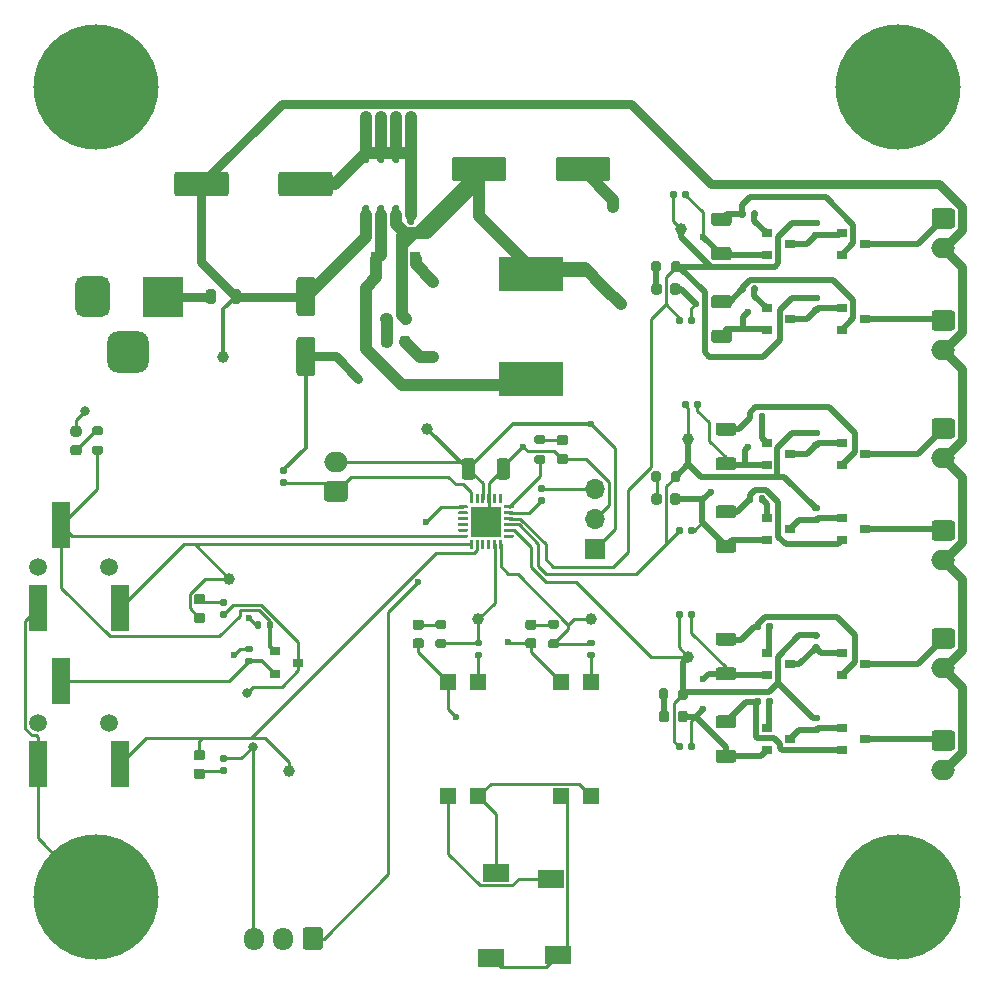
<source format=gbr>
%TF.GenerationSoftware,KiCad,Pcbnew,5.1.10-88a1d61d58~90~ubuntu20.04.1*%
%TF.CreationDate,2021-08-03T18:26:50-06:00*%
%TF.ProjectId,ring_light_controller,72696e67-5f6c-4696-9768-745f636f6e74,5*%
%TF.SameCoordinates,Original*%
%TF.FileFunction,Copper,L1,Top*%
%TF.FilePolarity,Positive*%
%FSLAX46Y46*%
G04 Gerber Fmt 4.6, Leading zero omitted, Abs format (unit mm)*
G04 Created by KiCad (PCBNEW 5.1.10-88a1d61d58~90~ubuntu20.04.1) date 2021-08-03 18:26:50*
%MOMM*%
%LPD*%
G01*
G04 APERTURE LIST*
%TA.AperFunction,SMDPad,CuDef*%
%ADD10R,1.500000X4.000000*%
%TD*%
%TA.AperFunction,WasherPad*%
%ADD11C,1.500000*%
%TD*%
%TA.AperFunction,ComponentPad*%
%ADD12O,2.000000X1.700000*%
%TD*%
%TA.AperFunction,SMDPad,CuDef*%
%ADD13R,2.200000X1.500000*%
%TD*%
%TA.AperFunction,SMDPad,CuDef*%
%ADD14R,0.900000X1.200000*%
%TD*%
%TA.AperFunction,ComponentPad*%
%ADD15C,0.900000*%
%TD*%
%TA.AperFunction,ComponentPad*%
%ADD16C,10.600000*%
%TD*%
%TA.AperFunction,ComponentPad*%
%ADD17R,3.500000X3.500000*%
%TD*%
%TA.AperFunction,ComponentPad*%
%ADD18O,1.700000X1.950000*%
%TD*%
%TA.AperFunction,SMDPad,CuDef*%
%ADD19R,0.900000X0.800000*%
%TD*%
%TA.AperFunction,SMDPad,CuDef*%
%ADD20C,1.000000*%
%TD*%
%TA.AperFunction,SMDPad,CuDef*%
%ADD21R,2.600000X2.600000*%
%TD*%
%TA.AperFunction,SMDPad,CuDef*%
%ADD22R,1.470000X1.410000*%
%TD*%
%TA.AperFunction,SMDPad,CuDef*%
%ADD23R,5.400000X2.900000*%
%TD*%
%TA.AperFunction,ComponentPad*%
%ADD24R,1.700000X1.700000*%
%TD*%
%TA.AperFunction,ComponentPad*%
%ADD25O,1.700000X1.700000*%
%TD*%
%TA.AperFunction,ViaPad*%
%ADD26C,0.800000*%
%TD*%
%TA.AperFunction,ViaPad*%
%ADD27C,0.600000*%
%TD*%
%TA.AperFunction,Conductor*%
%ADD28C,0.250000*%
%TD*%
%TA.AperFunction,Conductor*%
%ADD29C,0.750000*%
%TD*%
%TA.AperFunction,Conductor*%
%ADD30C,1.000000*%
%TD*%
%TA.AperFunction,Conductor*%
%ADD31C,0.300000*%
%TD*%
%TA.AperFunction,Conductor*%
%ADD32C,0.500000*%
%TD*%
G04 APERTURE END LIST*
D10*
%TO.P,J2,R*%
%TO.N,LOAD_IN*%
X103124000Y-103180000D03*
%TO.P,J2,S*%
%TO.N,GND*%
X101124000Y-110180000D03*
%TO.P,J2,T*%
%TO.N,RX*%
X108124000Y-110180000D03*
D11*
%TO.P,J2,*%
%TO.N,*%
X101124000Y-106680000D03*
X107124000Y-106680000D03*
%TD*%
%TO.P,R27,1*%
%TO.N,Net-(J9-Pad3)*%
%TA.AperFunction,SMDPad,CuDef*%
G36*
G01*
X143579000Y-99804000D02*
X143949000Y-99804000D01*
G75*
G02*
X144084000Y-99939000I0J-135000D01*
G01*
X144084000Y-100209000D01*
G75*
G02*
X143949000Y-100344000I-135000J0D01*
G01*
X143579000Y-100344000D01*
G75*
G02*
X143444000Y-100209000I0J135000D01*
G01*
X143444000Y-99939000D01*
G75*
G02*
X143579000Y-99804000I135000J0D01*
G01*
G37*
%TD.AperFunction*%
%TO.P,R27,2*%
%TO.N,PROGRAM*%
%TA.AperFunction,SMDPad,CuDef*%
G36*
G01*
X143579000Y-100824000D02*
X143949000Y-100824000D01*
G75*
G02*
X144084000Y-100959000I0J-135000D01*
G01*
X144084000Y-101229000D01*
G75*
G02*
X143949000Y-101364000I-135000J0D01*
G01*
X143579000Y-101364000D01*
G75*
G02*
X143444000Y-101229000I0J135000D01*
G01*
X143444000Y-100959000D01*
G75*
G02*
X143579000Y-100824000I135000J0D01*
G01*
G37*
%TD.AperFunction*%
%TD*%
%TO.P,J6,1*%
%TO.N,Net-(J6-Pad1)*%
%TA.AperFunction,ComponentPad*%
G36*
G01*
X177050000Y-102782000D02*
X178550000Y-102782000D01*
G75*
G02*
X178800000Y-103032000I0J-250000D01*
G01*
X178800000Y-104232000D01*
G75*
G02*
X178550000Y-104482000I-250000J0D01*
G01*
X177050000Y-104482000D01*
G75*
G02*
X176800000Y-104232000I0J250000D01*
G01*
X176800000Y-103032000D01*
G75*
G02*
X177050000Y-102782000I250000J0D01*
G01*
G37*
%TD.AperFunction*%
D12*
%TO.P,J6,2*%
%TO.N,+24V*%
X177800000Y-106132000D03*
%TD*%
D13*
%TO.P,J1,T*%
%TO.N,Net-(J1-PadT)*%
X144540000Y-133105000D03*
%TO.P,J1,G*%
%TO.N,Net-(J1-PadG)*%
X139940000Y-132605000D03*
%TO.P,J1,S*%
%TO.N,Net-(J1-PadS)*%
X139540000Y-139805000D03*
X145140000Y-139605000D03*
%TD*%
%TO.P,C1,1*%
%TO.N,+5V*%
%TA.AperFunction,SMDPad,CuDef*%
G36*
G01*
X137015000Y-99075001D02*
X137015000Y-97774999D01*
G75*
G02*
X137264999Y-97525000I249999J0D01*
G01*
X137915001Y-97525000D01*
G75*
G02*
X138165000Y-97774999I0J-249999D01*
G01*
X138165000Y-99075001D01*
G75*
G02*
X137915001Y-99325000I-249999J0D01*
G01*
X137264999Y-99325000D01*
G75*
G02*
X137015000Y-99075001I0J249999D01*
G01*
G37*
%TD.AperFunction*%
%TO.P,C1,2*%
%TO.N,GND*%
%TA.AperFunction,SMDPad,CuDef*%
G36*
G01*
X139965000Y-99075001D02*
X139965000Y-97774999D01*
G75*
G02*
X140214999Y-97525000I249999J0D01*
G01*
X140865001Y-97525000D01*
G75*
G02*
X141115000Y-97774999I0J-249999D01*
G01*
X141115000Y-99075001D01*
G75*
G02*
X140865001Y-99325000I-249999J0D01*
G01*
X140214999Y-99325000D01*
G75*
G02*
X139965000Y-99075001I0J249999D01*
G01*
G37*
%TD.AperFunction*%
%TD*%
%TO.P,C2,1*%
%TO.N,+5V*%
%TA.AperFunction,SMDPad,CuDef*%
G36*
G01*
X136175000Y-73825001D02*
X136175000Y-72224999D01*
G75*
G02*
X136424999Y-71975000I249999J0D01*
G01*
X140525001Y-71975000D01*
G75*
G02*
X140775000Y-72224999I0J-249999D01*
G01*
X140775000Y-73825001D01*
G75*
G02*
X140525001Y-74075000I-249999J0D01*
G01*
X136424999Y-74075000D01*
G75*
G02*
X136175000Y-73825001I0J249999D01*
G01*
G37*
%TD.AperFunction*%
%TO.P,C2,2*%
%TO.N,GND*%
%TA.AperFunction,SMDPad,CuDef*%
G36*
G01*
X144975000Y-73825001D02*
X144975000Y-72224999D01*
G75*
G02*
X145224999Y-71975000I249999J0D01*
G01*
X149325001Y-71975000D01*
G75*
G02*
X149575000Y-72224999I0J-249999D01*
G01*
X149575000Y-73825001D01*
G75*
G02*
X149325001Y-74075000I-249999J0D01*
G01*
X145224999Y-74075000D01*
G75*
G02*
X144975000Y-73825001I0J249999D01*
G01*
G37*
%TD.AperFunction*%
%TD*%
%TO.P,C3,1*%
%TO.N,+24V*%
%TA.AperFunction,SMDPad,CuDef*%
G36*
G01*
X123275000Y-82160000D02*
X124375000Y-82160000D01*
G75*
G02*
X124625000Y-82410000I0J-250000D01*
G01*
X124625000Y-85235000D01*
G75*
G02*
X124375000Y-85485000I-250000J0D01*
G01*
X123275000Y-85485000D01*
G75*
G02*
X123025000Y-85235000I0J250000D01*
G01*
X123025000Y-82410000D01*
G75*
G02*
X123275000Y-82160000I250000J0D01*
G01*
G37*
%TD.AperFunction*%
%TO.P,C3,2*%
%TO.N,GND*%
%TA.AperFunction,SMDPad,CuDef*%
G36*
G01*
X123275000Y-87235000D02*
X124375000Y-87235000D01*
G75*
G02*
X124625000Y-87485000I0J-250000D01*
G01*
X124625000Y-90310000D01*
G75*
G02*
X124375000Y-90560000I-250000J0D01*
G01*
X123275000Y-90560000D01*
G75*
G02*
X123025000Y-90310000I0J250000D01*
G01*
X123025000Y-87485000D01*
G75*
G02*
X123275000Y-87235000I250000J0D01*
G01*
G37*
%TD.AperFunction*%
%TD*%
%TO.P,C4,2*%
%TO.N,GND*%
%TA.AperFunction,SMDPad,CuDef*%
G36*
G01*
X121480000Y-75095001D02*
X121480000Y-73494999D01*
G75*
G02*
X121729999Y-73245000I249999J0D01*
G01*
X125830001Y-73245000D01*
G75*
G02*
X126080000Y-73494999I0J-249999D01*
G01*
X126080000Y-75095001D01*
G75*
G02*
X125830001Y-75345000I-249999J0D01*
G01*
X121729999Y-75345000D01*
G75*
G02*
X121480000Y-75095001I0J249999D01*
G01*
G37*
%TD.AperFunction*%
%TO.P,C4,1*%
%TO.N,+24V*%
%TA.AperFunction,SMDPad,CuDef*%
G36*
G01*
X112680000Y-75095001D02*
X112680000Y-73494999D01*
G75*
G02*
X112929999Y-73245000I249999J0D01*
G01*
X117030001Y-73245000D01*
G75*
G02*
X117280000Y-73494999I0J-249999D01*
G01*
X117280000Y-75095001D01*
G75*
G02*
X117030001Y-75345000I-249999J0D01*
G01*
X112929999Y-75345000D01*
G75*
G02*
X112680000Y-75095001I0J249999D01*
G01*
G37*
%TD.AperFunction*%
%TD*%
%TO.P,D1,2*%
%TO.N,Net-(D1-Pad2)*%
%TA.AperFunction,SMDPad,CuDef*%
G36*
G01*
X145798250Y-96424000D02*
X145285750Y-96424000D01*
G75*
G02*
X145067000Y-96205250I0J218750D01*
G01*
X145067000Y-95767750D01*
G75*
G02*
X145285750Y-95549000I218750J0D01*
G01*
X145798250Y-95549000D01*
G75*
G02*
X146017000Y-95767750I0J-218750D01*
G01*
X146017000Y-96205250D01*
G75*
G02*
X145798250Y-96424000I-218750J0D01*
G01*
G37*
%TD.AperFunction*%
%TO.P,D1,1*%
%TO.N,GND*%
%TA.AperFunction,SMDPad,CuDef*%
G36*
G01*
X145798250Y-97999000D02*
X145285750Y-97999000D01*
G75*
G02*
X145067000Y-97780250I0J218750D01*
G01*
X145067000Y-97342750D01*
G75*
G02*
X145285750Y-97124000I218750J0D01*
G01*
X145798250Y-97124000D01*
G75*
G02*
X146017000Y-97342750I0J-218750D01*
G01*
X146017000Y-97780250D01*
G75*
G02*
X145798250Y-97999000I-218750J0D01*
G01*
G37*
%TD.AperFunction*%
%TD*%
%TO.P,D2,1*%
%TO.N,GND*%
%TA.AperFunction,SMDPad,CuDef*%
G36*
G01*
X156165000Y-119123750D02*
X156165000Y-119636250D01*
G75*
G02*
X155946250Y-119855000I-218750J0D01*
G01*
X155508750Y-119855000D01*
G75*
G02*
X155290000Y-119636250I0J218750D01*
G01*
X155290000Y-119123750D01*
G75*
G02*
X155508750Y-118905000I218750J0D01*
G01*
X155946250Y-118905000D01*
G75*
G02*
X156165000Y-119123750I0J-218750D01*
G01*
G37*
%TD.AperFunction*%
%TO.P,D2,2*%
%TO.N,Net-(D2-Pad2)*%
%TA.AperFunction,SMDPad,CuDef*%
G36*
G01*
X154590000Y-119123750D02*
X154590000Y-119636250D01*
G75*
G02*
X154371250Y-119855000I-218750J0D01*
G01*
X153933750Y-119855000D01*
G75*
G02*
X153715000Y-119636250I0J218750D01*
G01*
X153715000Y-119123750D01*
G75*
G02*
X153933750Y-118905000I218750J0D01*
G01*
X154371250Y-118905000D01*
G75*
G02*
X154590000Y-119123750I0J-218750D01*
G01*
G37*
%TD.AperFunction*%
%TD*%
%TO.P,D3,1*%
%TO.N,GND*%
%TA.AperFunction,SMDPad,CuDef*%
G36*
G01*
X155530000Y-100708750D02*
X155530000Y-101221250D01*
G75*
G02*
X155311250Y-101440000I-218750J0D01*
G01*
X154873750Y-101440000D01*
G75*
G02*
X154655000Y-101221250I0J218750D01*
G01*
X154655000Y-100708750D01*
G75*
G02*
X154873750Y-100490000I218750J0D01*
G01*
X155311250Y-100490000D01*
G75*
G02*
X155530000Y-100708750I0J-218750D01*
G01*
G37*
%TD.AperFunction*%
%TO.P,D3,2*%
%TO.N,Net-(D3-Pad2)*%
%TA.AperFunction,SMDPad,CuDef*%
G36*
G01*
X153955000Y-100708750D02*
X153955000Y-101221250D01*
G75*
G02*
X153736250Y-101440000I-218750J0D01*
G01*
X153298750Y-101440000D01*
G75*
G02*
X153080000Y-101221250I0J218750D01*
G01*
X153080000Y-100708750D01*
G75*
G02*
X153298750Y-100490000I218750J0D01*
G01*
X153736250Y-100490000D01*
G75*
G02*
X153955000Y-100708750I0J-218750D01*
G01*
G37*
%TD.AperFunction*%
%TD*%
%TO.P,D4,2*%
%TO.N,Net-(D4-Pad2)*%
%TA.AperFunction,SMDPad,CuDef*%
G36*
G01*
X153955000Y-82928750D02*
X153955000Y-83441250D01*
G75*
G02*
X153736250Y-83660000I-218750J0D01*
G01*
X153298750Y-83660000D01*
G75*
G02*
X153080000Y-83441250I0J218750D01*
G01*
X153080000Y-82928750D01*
G75*
G02*
X153298750Y-82710000I218750J0D01*
G01*
X153736250Y-82710000D01*
G75*
G02*
X153955000Y-82928750I0J-218750D01*
G01*
G37*
%TD.AperFunction*%
%TO.P,D4,1*%
%TO.N,GND*%
%TA.AperFunction,SMDPad,CuDef*%
G36*
G01*
X155530000Y-82928750D02*
X155530000Y-83441250D01*
G75*
G02*
X155311250Y-83660000I-218750J0D01*
G01*
X154873750Y-83660000D01*
G75*
G02*
X154655000Y-83441250I0J218750D01*
G01*
X154655000Y-82928750D01*
G75*
G02*
X154873750Y-82710000I218750J0D01*
G01*
X155311250Y-82710000D01*
G75*
G02*
X155530000Y-82928750I0J-218750D01*
G01*
G37*
%TD.AperFunction*%
%TD*%
%TO.P,D5,1*%
%TO.N,GND*%
%TA.AperFunction,SMDPad,CuDef*%
G36*
G01*
X132670000Y-87373750D02*
X132670000Y-87886250D01*
G75*
G02*
X132451250Y-88105000I-218750J0D01*
G01*
X132013750Y-88105000D01*
G75*
G02*
X131795000Y-87886250I0J218750D01*
G01*
X131795000Y-87373750D01*
G75*
G02*
X132013750Y-87155000I218750J0D01*
G01*
X132451250Y-87155000D01*
G75*
G02*
X132670000Y-87373750I0J-218750D01*
G01*
G37*
%TD.AperFunction*%
%TO.P,D5,2*%
%TO.N,Net-(D5-Pad2)*%
%TA.AperFunction,SMDPad,CuDef*%
G36*
G01*
X131095000Y-87373750D02*
X131095000Y-87886250D01*
G75*
G02*
X130876250Y-88105000I-218750J0D01*
G01*
X130438750Y-88105000D01*
G75*
G02*
X130220000Y-87886250I0J218750D01*
G01*
X130220000Y-87373750D01*
G75*
G02*
X130438750Y-87155000I218750J0D01*
G01*
X130876250Y-87155000D01*
G75*
G02*
X131095000Y-87373750I0J-218750D01*
G01*
G37*
%TD.AperFunction*%
%TD*%
D14*
%TO.P,D6,1*%
%TO.N,Net-(D6-Pad1)*%
X129795000Y-80645000D03*
%TO.P,D6,2*%
%TO.N,GND*%
X133095000Y-80645000D03*
%TD*%
%TO.P,FB1,1*%
%TO.N,+24V*%
%TA.AperFunction,SMDPad,CuDef*%
G36*
G01*
X118340000Y-83438750D02*
X118340000Y-84201250D01*
G75*
G02*
X118121250Y-84420000I-218750J0D01*
G01*
X117683750Y-84420000D01*
G75*
G02*
X117465000Y-84201250I0J218750D01*
G01*
X117465000Y-83438750D01*
G75*
G02*
X117683750Y-83220000I218750J0D01*
G01*
X118121250Y-83220000D01*
G75*
G02*
X118340000Y-83438750I0J-218750D01*
G01*
G37*
%TD.AperFunction*%
%TO.P,FB1,2*%
%TO.N,Net-(FB1-Pad2)*%
%TA.AperFunction,SMDPad,CuDef*%
G36*
G01*
X116215000Y-83438750D02*
X116215000Y-84201250D01*
G75*
G02*
X115996250Y-84420000I-218750J0D01*
G01*
X115558750Y-84420000D01*
G75*
G02*
X115340000Y-84201250I0J218750D01*
G01*
X115340000Y-83438750D01*
G75*
G02*
X115558750Y-83220000I218750J0D01*
G01*
X115996250Y-83220000D01*
G75*
G02*
X116215000Y-83438750I0J-218750D01*
G01*
G37*
%TD.AperFunction*%
%TD*%
D15*
%TO.P,H1,1*%
%TO.N,GND*%
X176800749Y-131809251D03*
X173990000Y-130645000D03*
X171179251Y-131809251D03*
X170015000Y-134620000D03*
X171179251Y-137430749D03*
X173990000Y-138595000D03*
X176800749Y-137430749D03*
X177965000Y-134620000D03*
D16*
X173990000Y-134620000D03*
%TD*%
%TO.P,H2,1*%
%TO.N,GND*%
X173990000Y-66040000D03*
D15*
X177965000Y-66040000D03*
X176800749Y-68850749D03*
X173990000Y-70015000D03*
X171179251Y-68850749D03*
X170015000Y-66040000D03*
X171179251Y-63229251D03*
X173990000Y-62065000D03*
X176800749Y-63229251D03*
%TD*%
%TO.P,H3,1*%
%TO.N,GND*%
X108855749Y-63229251D03*
X106045000Y-62065000D03*
X103234251Y-63229251D03*
X102070000Y-66040000D03*
X103234251Y-68850749D03*
X106045000Y-70015000D03*
X108855749Y-68850749D03*
X110020000Y-66040000D03*
D16*
X106045000Y-66040000D03*
%TD*%
%TO.P,H4,1*%
%TO.N,GND*%
X106045000Y-134620000D03*
D15*
X110020000Y-134620000D03*
X108855749Y-137430749D03*
X106045000Y-138595000D03*
X103234251Y-137430749D03*
X102070000Y-134620000D03*
X103234251Y-131809251D03*
X106045000Y-130645000D03*
X108855749Y-131809251D03*
%TD*%
D12*
%TO.P,J4,2*%
%TO.N,+24V*%
X177800000Y-123912000D03*
%TO.P,J4,1*%
%TO.N,Net-(J4-Pad1)*%
%TA.AperFunction,ComponentPad*%
G36*
G01*
X177050000Y-120562000D02*
X178550000Y-120562000D01*
G75*
G02*
X178800000Y-120812000I0J-250000D01*
G01*
X178800000Y-122012000D01*
G75*
G02*
X178550000Y-122262000I-250000J0D01*
G01*
X177050000Y-122262000D01*
G75*
G02*
X176800000Y-122012000I0J250000D01*
G01*
X176800000Y-120812000D01*
G75*
G02*
X177050000Y-120562000I250000J0D01*
G01*
G37*
%TD.AperFunction*%
%TD*%
%TO.P,J5,1*%
%TO.N,Net-(J5-Pad1)*%
%TA.AperFunction,ComponentPad*%
G36*
G01*
X177050000Y-111926000D02*
X178550000Y-111926000D01*
G75*
G02*
X178800000Y-112176000I0J-250000D01*
G01*
X178800000Y-113376000D01*
G75*
G02*
X178550000Y-113626000I-250000J0D01*
G01*
X177050000Y-113626000D01*
G75*
G02*
X176800000Y-113376000I0J250000D01*
G01*
X176800000Y-112176000D01*
G75*
G02*
X177050000Y-111926000I250000J0D01*
G01*
G37*
%TD.AperFunction*%
%TO.P,J5,2*%
%TO.N,+24V*%
X177800000Y-115276000D03*
%TD*%
%TO.P,J7,2*%
%TO.N,+24V*%
X177800000Y-97496000D03*
%TO.P,J7,1*%
%TO.N,Net-(J7-Pad1)*%
%TA.AperFunction,ComponentPad*%
G36*
G01*
X177050000Y-94146000D02*
X178550000Y-94146000D01*
G75*
G02*
X178800000Y-94396000I0J-250000D01*
G01*
X178800000Y-95596000D01*
G75*
G02*
X178550000Y-95846000I-250000J0D01*
G01*
X177050000Y-95846000D01*
G75*
G02*
X176800000Y-95596000I0J250000D01*
G01*
X176800000Y-94396000D01*
G75*
G02*
X177050000Y-94146000I250000J0D01*
G01*
G37*
%TD.AperFunction*%
%TD*%
D17*
%TO.P,J8,1*%
%TO.N,Net-(FB1-Pad2)*%
X111760000Y-83820000D03*
%TO.P,J8,2*%
%TO.N,GND*%
%TA.AperFunction,ComponentPad*%
G36*
G01*
X104260000Y-84820000D02*
X104260000Y-82820000D01*
G75*
G02*
X105010000Y-82070000I750000J0D01*
G01*
X106510000Y-82070000D01*
G75*
G02*
X107260000Y-82820000I0J-750000D01*
G01*
X107260000Y-84820000D01*
G75*
G02*
X106510000Y-85570000I-750000J0D01*
G01*
X105010000Y-85570000D01*
G75*
G02*
X104260000Y-84820000I0J750000D01*
G01*
G37*
%TD.AperFunction*%
%TO.P,J8,3*%
%TO.N,N/C*%
%TA.AperFunction,ComponentPad*%
G36*
G01*
X107010000Y-89395000D02*
X107010000Y-87645000D01*
G75*
G02*
X107885000Y-86770000I875000J0D01*
G01*
X109635000Y-86770000D01*
G75*
G02*
X110510000Y-87645000I0J-875000D01*
G01*
X110510000Y-89395000D01*
G75*
G02*
X109635000Y-90270000I-875000J0D01*
G01*
X107885000Y-90270000D01*
G75*
G02*
X107010000Y-89395000I0J875000D01*
G01*
G37*
%TD.AperFunction*%
%TD*%
D12*
%TO.P,J10,2*%
%TO.N,+24V*%
X177800000Y-88352000D03*
%TO.P,J10,1*%
%TO.N,Net-(J10-Pad1)*%
%TA.AperFunction,ComponentPad*%
G36*
G01*
X177050000Y-85002000D02*
X178550000Y-85002000D01*
G75*
G02*
X178800000Y-85252000I0J-250000D01*
G01*
X178800000Y-86452000D01*
G75*
G02*
X178550000Y-86702000I-250000J0D01*
G01*
X177050000Y-86702000D01*
G75*
G02*
X176800000Y-86452000I0J250000D01*
G01*
X176800000Y-85252000D01*
G75*
G02*
X177050000Y-85002000I250000J0D01*
G01*
G37*
%TD.AperFunction*%
%TD*%
%TO.P,J11,1*%
%TO.N,Net-(J11-Pad1)*%
%TA.AperFunction,ComponentPad*%
G36*
G01*
X177050000Y-76366000D02*
X178550000Y-76366000D01*
G75*
G02*
X178800000Y-76616000I0J-250000D01*
G01*
X178800000Y-77816000D01*
G75*
G02*
X178550000Y-78066000I-250000J0D01*
G01*
X177050000Y-78066000D01*
G75*
G02*
X176800000Y-77816000I0J250000D01*
G01*
X176800000Y-76616000D01*
G75*
G02*
X177050000Y-76366000I250000J0D01*
G01*
G37*
%TD.AperFunction*%
%TO.P,J11,2*%
%TO.N,+24V*%
X177800000Y-79716000D03*
%TD*%
%TO.P,J12,1*%
%TO.N,C_LED_CTRL*%
%TA.AperFunction,ComponentPad*%
G36*
G01*
X125270000Y-137451000D02*
X125270000Y-138901000D01*
G75*
G02*
X125020000Y-139151000I-250000J0D01*
G01*
X123820000Y-139151000D01*
G75*
G02*
X123570000Y-138901000I0J250000D01*
G01*
X123570000Y-137451000D01*
G75*
G02*
X123820000Y-137201000I250000J0D01*
G01*
X125020000Y-137201000D01*
G75*
G02*
X125270000Y-137451000I0J-250000D01*
G01*
G37*
%TD.AperFunction*%
D18*
%TO.P,J12,2*%
%TO.N,GND*%
X121920000Y-138176000D03*
%TO.P,J12,3*%
%TO.N,+5V*%
X119420000Y-138176000D03*
%TD*%
D19*
%TO.P,Q1,1*%
%TO.N,LOAD_IN*%
X121174000Y-113858000D03*
%TO.P,Q1,2*%
%TO.N,LOAD_OUT*%
X121174000Y-115758000D03*
%TO.P,Q1,3*%
%TO.N,+5V*%
X123174000Y-114808000D03*
%TD*%
%TO.P,Q2,3*%
%TO.N,Net-(Q2-Pad3)*%
X164830000Y-121285000D03*
%TO.P,Q2,2*%
%TO.N,GND*%
X162830000Y-122235000D03*
%TO.P,Q2,1*%
%TO.N,Net-(Q2-Pad1)*%
X162830000Y-120335000D03*
%TD*%
%TO.P,Q3,1*%
%TO.N,Net-(Q3-Pad1)*%
X162830000Y-113985000D03*
%TO.P,Q3,2*%
%TO.N,GND*%
X162830000Y-115885000D03*
%TO.P,Q3,3*%
%TO.N,Net-(Q3-Pad3)*%
X164830000Y-114935000D03*
%TD*%
%TO.P,Q4,3*%
%TO.N,Net-(J4-Pad1)*%
X171180000Y-121285000D03*
%TO.P,Q4,2*%
%TO.N,Net-(Q4-Pad2)*%
X169180000Y-122235000D03*
%TO.P,Q4,1*%
%TO.N,Net-(Q2-Pad3)*%
X169180000Y-120335000D03*
%TD*%
%TO.P,Q5,3*%
%TO.N,Net-(J5-Pad1)*%
X171180000Y-114935000D03*
%TO.P,Q5,2*%
%TO.N,Net-(Q5-Pad2)*%
X169180000Y-115885000D03*
%TO.P,Q5,1*%
%TO.N,Net-(Q3-Pad3)*%
X169180000Y-113985000D03*
%TD*%
%TO.P,Q6,1*%
%TO.N,Net-(Q6-Pad1)*%
X162830000Y-102555000D03*
%TO.P,Q6,2*%
%TO.N,GND*%
X162830000Y-104455000D03*
%TO.P,Q6,3*%
%TO.N,Net-(Q6-Pad3)*%
X164830000Y-103505000D03*
%TD*%
%TO.P,Q7,1*%
%TO.N,Net-(Q7-Pad1)*%
X162830000Y-96205000D03*
%TO.P,Q7,2*%
%TO.N,GND*%
X162830000Y-98105000D03*
%TO.P,Q7,3*%
%TO.N,Net-(Q7-Pad3)*%
X164830000Y-97155000D03*
%TD*%
%TO.P,Q8,1*%
%TO.N,Net-(Q6-Pad3)*%
X169180000Y-102555000D03*
%TO.P,Q8,2*%
%TO.N,Net-(Q8-Pad2)*%
X169180000Y-104455000D03*
%TO.P,Q8,3*%
%TO.N,Net-(J6-Pad1)*%
X171180000Y-103505000D03*
%TD*%
%TO.P,Q9,3*%
%TO.N,Net-(J7-Pad1)*%
X171180000Y-97155000D03*
%TO.P,Q9,2*%
%TO.N,Net-(Q9-Pad2)*%
X169180000Y-98105000D03*
%TO.P,Q9,1*%
%TO.N,Net-(Q7-Pad3)*%
X169180000Y-96205000D03*
%TD*%
%TO.P,Q10,1*%
%TO.N,Net-(Q10-Pad1)*%
X162830000Y-84775000D03*
%TO.P,Q10,2*%
%TO.N,GND*%
X162830000Y-86675000D03*
%TO.P,Q10,3*%
%TO.N,Net-(Q10-Pad3)*%
X164830000Y-85725000D03*
%TD*%
%TO.P,Q11,1*%
%TO.N,Net-(Q11-Pad1)*%
X162830000Y-78425000D03*
%TO.P,Q11,2*%
%TO.N,GND*%
X162830000Y-80325000D03*
%TO.P,Q11,3*%
%TO.N,Net-(Q11-Pad3)*%
X164830000Y-79375000D03*
%TD*%
%TO.P,Q12,3*%
%TO.N,Net-(J10-Pad1)*%
X171180000Y-85725000D03*
%TO.P,Q12,2*%
%TO.N,Net-(Q12-Pad2)*%
X169180000Y-86675000D03*
%TO.P,Q12,1*%
%TO.N,Net-(Q10-Pad3)*%
X169180000Y-84775000D03*
%TD*%
%TO.P,Q13,3*%
%TO.N,Net-(J11-Pad1)*%
X171180000Y-79375000D03*
%TO.P,Q13,2*%
%TO.N,Net-(Q13-Pad2)*%
X169180000Y-80325000D03*
%TO.P,Q13,1*%
%TO.N,Net-(Q11-Pad3)*%
X169180000Y-78425000D03*
%TD*%
%TO.P,R1,2*%
%TO.N,INDICATOR*%
%TA.AperFunction,SMDPad,CuDef*%
G36*
G01*
X143362000Y-97199000D02*
X143912000Y-97199000D01*
G75*
G02*
X144112000Y-97399000I0J-200000D01*
G01*
X144112000Y-97799000D01*
G75*
G02*
X143912000Y-97999000I-200000J0D01*
G01*
X143362000Y-97999000D01*
G75*
G02*
X143162000Y-97799000I0J200000D01*
G01*
X143162000Y-97399000D01*
G75*
G02*
X143362000Y-97199000I200000J0D01*
G01*
G37*
%TD.AperFunction*%
%TO.P,R1,1*%
%TO.N,Net-(D1-Pad2)*%
%TA.AperFunction,SMDPad,CuDef*%
G36*
G01*
X143362000Y-95549000D02*
X143912000Y-95549000D01*
G75*
G02*
X144112000Y-95749000I0J-200000D01*
G01*
X144112000Y-96149000D01*
G75*
G02*
X143912000Y-96349000I-200000J0D01*
G01*
X143362000Y-96349000D01*
G75*
G02*
X143162000Y-96149000I0J200000D01*
G01*
X143162000Y-95749000D01*
G75*
G02*
X143362000Y-95549000I200000J0D01*
G01*
G37*
%TD.AperFunction*%
%TD*%
%TO.P,R2,2*%
%TO.N,CHN_0_CTRL*%
%TA.AperFunction,SMDPad,CuDef*%
G36*
G01*
X155365000Y-117750000D02*
X155365000Y-117200000D01*
G75*
G02*
X155565000Y-117000000I200000J0D01*
G01*
X155965000Y-117000000D01*
G75*
G02*
X156165000Y-117200000I0J-200000D01*
G01*
X156165000Y-117750000D01*
G75*
G02*
X155965000Y-117950000I-200000J0D01*
G01*
X155565000Y-117950000D01*
G75*
G02*
X155365000Y-117750000I0J200000D01*
G01*
G37*
%TD.AperFunction*%
%TO.P,R2,1*%
%TO.N,Net-(D2-Pad2)*%
%TA.AperFunction,SMDPad,CuDef*%
G36*
G01*
X153715000Y-117750000D02*
X153715000Y-117200000D01*
G75*
G02*
X153915000Y-117000000I200000J0D01*
G01*
X154315000Y-117000000D01*
G75*
G02*
X154515000Y-117200000I0J-200000D01*
G01*
X154515000Y-117750000D01*
G75*
G02*
X154315000Y-117950000I-200000J0D01*
G01*
X153915000Y-117950000D01*
G75*
G02*
X153715000Y-117750000I0J200000D01*
G01*
G37*
%TD.AperFunction*%
%TD*%
%TO.P,R3,1*%
%TO.N,Net-(D3-Pad2)*%
%TA.AperFunction,SMDPad,CuDef*%
G36*
G01*
X153080000Y-99335000D02*
X153080000Y-98785000D01*
G75*
G02*
X153280000Y-98585000I200000J0D01*
G01*
X153680000Y-98585000D01*
G75*
G02*
X153880000Y-98785000I0J-200000D01*
G01*
X153880000Y-99335000D01*
G75*
G02*
X153680000Y-99535000I-200000J0D01*
G01*
X153280000Y-99535000D01*
G75*
G02*
X153080000Y-99335000I0J200000D01*
G01*
G37*
%TD.AperFunction*%
%TO.P,R3,2*%
%TO.N,CHN_1_CTRL*%
%TA.AperFunction,SMDPad,CuDef*%
G36*
G01*
X154730000Y-99335000D02*
X154730000Y-98785000D01*
G75*
G02*
X154930000Y-98585000I200000J0D01*
G01*
X155330000Y-98585000D01*
G75*
G02*
X155530000Y-98785000I0J-200000D01*
G01*
X155530000Y-99335000D01*
G75*
G02*
X155330000Y-99535000I-200000J0D01*
G01*
X154930000Y-99535000D01*
G75*
G02*
X154730000Y-99335000I0J200000D01*
G01*
G37*
%TD.AperFunction*%
%TD*%
%TO.P,R4,2*%
%TO.N,CHN_2_CTRL*%
%TA.AperFunction,SMDPad,CuDef*%
G36*
G01*
X154730000Y-81555000D02*
X154730000Y-81005000D01*
G75*
G02*
X154930000Y-80805000I200000J0D01*
G01*
X155330000Y-80805000D01*
G75*
G02*
X155530000Y-81005000I0J-200000D01*
G01*
X155530000Y-81555000D01*
G75*
G02*
X155330000Y-81755000I-200000J0D01*
G01*
X154930000Y-81755000D01*
G75*
G02*
X154730000Y-81555000I0J200000D01*
G01*
G37*
%TD.AperFunction*%
%TO.P,R4,1*%
%TO.N,Net-(D4-Pad2)*%
%TA.AperFunction,SMDPad,CuDef*%
G36*
G01*
X153080000Y-81555000D02*
X153080000Y-81005000D01*
G75*
G02*
X153280000Y-80805000I200000J0D01*
G01*
X153680000Y-80805000D01*
G75*
G02*
X153880000Y-81005000I0J-200000D01*
G01*
X153880000Y-81555000D01*
G75*
G02*
X153680000Y-81755000I-200000J0D01*
G01*
X153280000Y-81755000D01*
G75*
G02*
X153080000Y-81555000I0J200000D01*
G01*
G37*
%TD.AperFunction*%
%TD*%
%TO.P,R5,1*%
%TO.N,Net-(D5-Pad2)*%
%TA.AperFunction,SMDPad,CuDef*%
G36*
G01*
X130220000Y-86000000D02*
X130220000Y-85450000D01*
G75*
G02*
X130420000Y-85250000I200000J0D01*
G01*
X130820000Y-85250000D01*
G75*
G02*
X131020000Y-85450000I0J-200000D01*
G01*
X131020000Y-86000000D01*
G75*
G02*
X130820000Y-86200000I-200000J0D01*
G01*
X130420000Y-86200000D01*
G75*
G02*
X130220000Y-86000000I0J200000D01*
G01*
G37*
%TD.AperFunction*%
%TO.P,R5,2*%
%TO.N,+5V*%
%TA.AperFunction,SMDPad,CuDef*%
G36*
G01*
X131870000Y-86000000D02*
X131870000Y-85450000D01*
G75*
G02*
X132070000Y-85250000I200000J0D01*
G01*
X132470000Y-85250000D01*
G75*
G02*
X132670000Y-85450000I0J-200000D01*
G01*
X132670000Y-86000000D01*
G75*
G02*
X132470000Y-86200000I-200000J0D01*
G01*
X132070000Y-86200000D01*
G75*
G02*
X131870000Y-86000000I0J200000D01*
G01*
G37*
%TD.AperFunction*%
%TD*%
%TO.P,R7,2*%
%TO.N,LOAD_IN*%
%TA.AperFunction,SMDPad,CuDef*%
G36*
G01*
X120509000Y-111818000D02*
X120509000Y-111448000D01*
G75*
G02*
X120644000Y-111313000I135000J0D01*
G01*
X120914000Y-111313000D01*
G75*
G02*
X121049000Y-111448000I0J-135000D01*
G01*
X121049000Y-111818000D01*
G75*
G02*
X120914000Y-111953000I-135000J0D01*
G01*
X120644000Y-111953000D01*
G75*
G02*
X120509000Y-111818000I0J135000D01*
G01*
G37*
%TD.AperFunction*%
%TO.P,R7,1*%
%TO.N,GND*%
%TA.AperFunction,SMDPad,CuDef*%
G36*
G01*
X119489000Y-111818000D02*
X119489000Y-111448000D01*
G75*
G02*
X119624000Y-111313000I135000J0D01*
G01*
X119894000Y-111313000D01*
G75*
G02*
X120029000Y-111448000I0J-135000D01*
G01*
X120029000Y-111818000D01*
G75*
G02*
X119894000Y-111953000I-135000J0D01*
G01*
X119624000Y-111953000D01*
G75*
G02*
X119489000Y-111818000I0J135000D01*
G01*
G37*
%TD.AperFunction*%
%TD*%
%TO.P,R9,1*%
%TO.N,Net-(R9-Pad1)*%
%TA.AperFunction,SMDPad,CuDef*%
G36*
G01*
X138615000Y-114445000D02*
X138245000Y-114445000D01*
G75*
G02*
X138110000Y-114310000I0J135000D01*
G01*
X138110000Y-114040000D01*
G75*
G02*
X138245000Y-113905000I135000J0D01*
G01*
X138615000Y-113905000D01*
G75*
G02*
X138750000Y-114040000I0J-135000D01*
G01*
X138750000Y-114310000D01*
G75*
G02*
X138615000Y-114445000I-135000J0D01*
G01*
G37*
%TD.AperFunction*%
%TO.P,R9,2*%
%TO.N,FS1*%
%TA.AperFunction,SMDPad,CuDef*%
G36*
G01*
X138615000Y-113425000D02*
X138245000Y-113425000D01*
G75*
G02*
X138110000Y-113290000I0J135000D01*
G01*
X138110000Y-113020000D01*
G75*
G02*
X138245000Y-112885000I135000J0D01*
G01*
X138615000Y-112885000D01*
G75*
G02*
X138750000Y-113020000I0J-135000D01*
G01*
X138750000Y-113290000D01*
G75*
G02*
X138615000Y-113425000I-135000J0D01*
G01*
G37*
%TD.AperFunction*%
%TD*%
%TO.P,R10,1*%
%TO.N,Net-(R10-Pad1)*%
%TA.AperFunction,SMDPad,CuDef*%
G36*
G01*
X148140000Y-114445000D02*
X147770000Y-114445000D01*
G75*
G02*
X147635000Y-114310000I0J135000D01*
G01*
X147635000Y-114040000D01*
G75*
G02*
X147770000Y-113905000I135000J0D01*
G01*
X148140000Y-113905000D01*
G75*
G02*
X148275000Y-114040000I0J-135000D01*
G01*
X148275000Y-114310000D01*
G75*
G02*
X148140000Y-114445000I-135000J0D01*
G01*
G37*
%TD.AperFunction*%
%TO.P,R10,2*%
%TO.N,FS2*%
%TA.AperFunction,SMDPad,CuDef*%
G36*
G01*
X148140000Y-113425000D02*
X147770000Y-113425000D01*
G75*
G02*
X147635000Y-113290000I0J135000D01*
G01*
X147635000Y-113020000D01*
G75*
G02*
X147770000Y-112885000I135000J0D01*
G01*
X148140000Y-112885000D01*
G75*
G02*
X148275000Y-113020000I0J-135000D01*
G01*
X148275000Y-113290000D01*
G75*
G02*
X148140000Y-113425000I-135000J0D01*
G01*
G37*
%TD.AperFunction*%
%TD*%
%TO.P,R11,2*%
%TO.N,LOAD_OUT*%
%TA.AperFunction,SMDPad,CuDef*%
G36*
G01*
X118814000Y-114413000D02*
X119184000Y-114413000D01*
G75*
G02*
X119319000Y-114548000I0J-135000D01*
G01*
X119319000Y-114818000D01*
G75*
G02*
X119184000Y-114953000I-135000J0D01*
G01*
X118814000Y-114953000D01*
G75*
G02*
X118679000Y-114818000I0J135000D01*
G01*
X118679000Y-114548000D01*
G75*
G02*
X118814000Y-114413000I135000J0D01*
G01*
G37*
%TD.AperFunction*%
%TO.P,R11,1*%
%TO.N,GND*%
%TA.AperFunction,SMDPad,CuDef*%
G36*
G01*
X118814000Y-113393000D02*
X119184000Y-113393000D01*
G75*
G02*
X119319000Y-113528000I0J-135000D01*
G01*
X119319000Y-113798000D01*
G75*
G02*
X119184000Y-113933000I-135000J0D01*
G01*
X118814000Y-113933000D01*
G75*
G02*
X118679000Y-113798000I0J135000D01*
G01*
X118679000Y-113528000D01*
G75*
G02*
X118814000Y-113393000I135000J0D01*
G01*
G37*
%TD.AperFunction*%
%TD*%
%TO.P,R12,2*%
%TO.N,TEMP_SEN*%
%TA.AperFunction,SMDPad,CuDef*%
G36*
G01*
X121735000Y-99300000D02*
X122105000Y-99300000D01*
G75*
G02*
X122240000Y-99435000I0J-135000D01*
G01*
X122240000Y-99705000D01*
G75*
G02*
X122105000Y-99840000I-135000J0D01*
G01*
X121735000Y-99840000D01*
G75*
G02*
X121600000Y-99705000I0J135000D01*
G01*
X121600000Y-99435000D01*
G75*
G02*
X121735000Y-99300000I135000J0D01*
G01*
G37*
%TD.AperFunction*%
%TO.P,R12,1*%
%TO.N,GND*%
%TA.AperFunction,SMDPad,CuDef*%
G36*
G01*
X121735000Y-98280000D02*
X122105000Y-98280000D01*
G75*
G02*
X122240000Y-98415000I0J-135000D01*
G01*
X122240000Y-98685000D01*
G75*
G02*
X122105000Y-98820000I-135000J0D01*
G01*
X121735000Y-98820000D01*
G75*
G02*
X121600000Y-98685000I0J135000D01*
G01*
X121600000Y-98415000D01*
G75*
G02*
X121735000Y-98280000I135000J0D01*
G01*
G37*
%TD.AperFunction*%
%TD*%
%TO.P,R13,1*%
%TO.N,CHN_0_CTRL*%
%TA.AperFunction,SMDPad,CuDef*%
G36*
G01*
X166820000Y-119235000D02*
X167190000Y-119235000D01*
G75*
G02*
X167325000Y-119370000I0J-135000D01*
G01*
X167325000Y-119640000D01*
G75*
G02*
X167190000Y-119775000I-135000J0D01*
G01*
X166820000Y-119775000D01*
G75*
G02*
X166685000Y-119640000I0J135000D01*
G01*
X166685000Y-119370000D01*
G75*
G02*
X166820000Y-119235000I135000J0D01*
G01*
G37*
%TD.AperFunction*%
%TO.P,R13,2*%
%TO.N,Net-(Q2-Pad3)*%
%TA.AperFunction,SMDPad,CuDef*%
G36*
G01*
X166820000Y-120255000D02*
X167190000Y-120255000D01*
G75*
G02*
X167325000Y-120390000I0J-135000D01*
G01*
X167325000Y-120660000D01*
G75*
G02*
X167190000Y-120795000I-135000J0D01*
G01*
X166820000Y-120795000D01*
G75*
G02*
X166685000Y-120660000I0J135000D01*
G01*
X166685000Y-120390000D01*
G75*
G02*
X166820000Y-120255000I135000J0D01*
G01*
G37*
%TD.AperFunction*%
%TD*%
%TO.P,R14,1*%
%TO.N,CHN_0_CTRL*%
%TA.AperFunction,SMDPad,CuDef*%
G36*
G01*
X166820000Y-112250000D02*
X167190000Y-112250000D01*
G75*
G02*
X167325000Y-112385000I0J-135000D01*
G01*
X167325000Y-112655000D01*
G75*
G02*
X167190000Y-112790000I-135000J0D01*
G01*
X166820000Y-112790000D01*
G75*
G02*
X166685000Y-112655000I0J135000D01*
G01*
X166685000Y-112385000D01*
G75*
G02*
X166820000Y-112250000I135000J0D01*
G01*
G37*
%TD.AperFunction*%
%TO.P,R14,2*%
%TO.N,Net-(Q3-Pad3)*%
%TA.AperFunction,SMDPad,CuDef*%
G36*
G01*
X166820000Y-113270000D02*
X167190000Y-113270000D01*
G75*
G02*
X167325000Y-113405000I0J-135000D01*
G01*
X167325000Y-113675000D01*
G75*
G02*
X167190000Y-113810000I-135000J0D01*
G01*
X166820000Y-113810000D01*
G75*
G02*
X166685000Y-113675000I0J135000D01*
G01*
X166685000Y-113405000D01*
G75*
G02*
X166820000Y-113270000I135000J0D01*
G01*
G37*
%TD.AperFunction*%
%TD*%
%TO.P,R15,2*%
%TO.N,Net-(Q2-Pad1)*%
%TA.AperFunction,SMDPad,CuDef*%
G36*
G01*
X162800000Y-118295000D02*
X162800000Y-117925000D01*
G75*
G02*
X162935000Y-117790000I135000J0D01*
G01*
X163205000Y-117790000D01*
G75*
G02*
X163340000Y-117925000I0J-135000D01*
G01*
X163340000Y-118295000D01*
G75*
G02*
X163205000Y-118430000I-135000J0D01*
G01*
X162935000Y-118430000D01*
G75*
G02*
X162800000Y-118295000I0J135000D01*
G01*
G37*
%TD.AperFunction*%
%TO.P,R15,1*%
%TO.N,Net-(Q4-Pad2)*%
%TA.AperFunction,SMDPad,CuDef*%
G36*
G01*
X161780000Y-118295000D02*
X161780000Y-117925000D01*
G75*
G02*
X161915000Y-117790000I135000J0D01*
G01*
X162185000Y-117790000D01*
G75*
G02*
X162320000Y-117925000I0J-135000D01*
G01*
X162320000Y-118295000D01*
G75*
G02*
X162185000Y-118430000I-135000J0D01*
G01*
X161915000Y-118430000D01*
G75*
G02*
X161780000Y-118295000I0J135000D01*
G01*
G37*
%TD.AperFunction*%
%TD*%
%TO.P,R16,2*%
%TO.N,Net-(Q3-Pad1)*%
%TA.AperFunction,SMDPad,CuDef*%
G36*
G01*
X162800000Y-111945000D02*
X162800000Y-111575000D01*
G75*
G02*
X162935000Y-111440000I135000J0D01*
G01*
X163205000Y-111440000D01*
G75*
G02*
X163340000Y-111575000I0J-135000D01*
G01*
X163340000Y-111945000D01*
G75*
G02*
X163205000Y-112080000I-135000J0D01*
G01*
X162935000Y-112080000D01*
G75*
G02*
X162800000Y-111945000I0J135000D01*
G01*
G37*
%TD.AperFunction*%
%TO.P,R16,1*%
%TO.N,Net-(Q5-Pad2)*%
%TA.AperFunction,SMDPad,CuDef*%
G36*
G01*
X161780000Y-111945000D02*
X161780000Y-111575000D01*
G75*
G02*
X161915000Y-111440000I135000J0D01*
G01*
X162185000Y-111440000D01*
G75*
G02*
X162320000Y-111575000I0J-135000D01*
G01*
X162320000Y-111945000D01*
G75*
G02*
X162185000Y-112080000I-135000J0D01*
G01*
X161915000Y-112080000D01*
G75*
G02*
X161780000Y-111945000I0J135000D01*
G01*
G37*
%TD.AperFunction*%
%TD*%
%TO.P,R19,1*%
%TO.N,CHN_1_CTRL*%
%TA.AperFunction,SMDPad,CuDef*%
G36*
G01*
X166820000Y-101455000D02*
X167190000Y-101455000D01*
G75*
G02*
X167325000Y-101590000I0J-135000D01*
G01*
X167325000Y-101860000D01*
G75*
G02*
X167190000Y-101995000I-135000J0D01*
G01*
X166820000Y-101995000D01*
G75*
G02*
X166685000Y-101860000I0J135000D01*
G01*
X166685000Y-101590000D01*
G75*
G02*
X166820000Y-101455000I135000J0D01*
G01*
G37*
%TD.AperFunction*%
%TO.P,R19,2*%
%TO.N,Net-(Q6-Pad3)*%
%TA.AperFunction,SMDPad,CuDef*%
G36*
G01*
X166820000Y-102475000D02*
X167190000Y-102475000D01*
G75*
G02*
X167325000Y-102610000I0J-135000D01*
G01*
X167325000Y-102880000D01*
G75*
G02*
X167190000Y-103015000I-135000J0D01*
G01*
X166820000Y-103015000D01*
G75*
G02*
X166685000Y-102880000I0J135000D01*
G01*
X166685000Y-102610000D01*
G75*
G02*
X166820000Y-102475000I135000J0D01*
G01*
G37*
%TD.AperFunction*%
%TD*%
%TO.P,R20,1*%
%TO.N,CHN_1_CTRL*%
%TA.AperFunction,SMDPad,CuDef*%
G36*
G01*
X166820000Y-95105000D02*
X167190000Y-95105000D01*
G75*
G02*
X167325000Y-95240000I0J-135000D01*
G01*
X167325000Y-95510000D01*
G75*
G02*
X167190000Y-95645000I-135000J0D01*
G01*
X166820000Y-95645000D01*
G75*
G02*
X166685000Y-95510000I0J135000D01*
G01*
X166685000Y-95240000D01*
G75*
G02*
X166820000Y-95105000I135000J0D01*
G01*
G37*
%TD.AperFunction*%
%TO.P,R20,2*%
%TO.N,Net-(Q7-Pad3)*%
%TA.AperFunction,SMDPad,CuDef*%
G36*
G01*
X166820000Y-96125000D02*
X167190000Y-96125000D01*
G75*
G02*
X167325000Y-96260000I0J-135000D01*
G01*
X167325000Y-96530000D01*
G75*
G02*
X167190000Y-96665000I-135000J0D01*
G01*
X166820000Y-96665000D01*
G75*
G02*
X166685000Y-96530000I0J135000D01*
G01*
X166685000Y-96260000D01*
G75*
G02*
X166820000Y-96125000I135000J0D01*
G01*
G37*
%TD.AperFunction*%
%TD*%
%TO.P,R21,2*%
%TO.N,Net-(Q6-Pad1)*%
%TA.AperFunction,SMDPad,CuDef*%
G36*
G01*
X162165000Y-101150000D02*
X162165000Y-100780000D01*
G75*
G02*
X162300000Y-100645000I135000J0D01*
G01*
X162570000Y-100645000D01*
G75*
G02*
X162705000Y-100780000I0J-135000D01*
G01*
X162705000Y-101150000D01*
G75*
G02*
X162570000Y-101285000I-135000J0D01*
G01*
X162300000Y-101285000D01*
G75*
G02*
X162165000Y-101150000I0J135000D01*
G01*
G37*
%TD.AperFunction*%
%TO.P,R21,1*%
%TO.N,Net-(Q8-Pad2)*%
%TA.AperFunction,SMDPad,CuDef*%
G36*
G01*
X161145000Y-101150000D02*
X161145000Y-100780000D01*
G75*
G02*
X161280000Y-100645000I135000J0D01*
G01*
X161550000Y-100645000D01*
G75*
G02*
X161685000Y-100780000I0J-135000D01*
G01*
X161685000Y-101150000D01*
G75*
G02*
X161550000Y-101285000I-135000J0D01*
G01*
X161280000Y-101285000D01*
G75*
G02*
X161145000Y-101150000I0J135000D01*
G01*
G37*
%TD.AperFunction*%
%TD*%
%TO.P,R22,2*%
%TO.N,Net-(Q7-Pad1)*%
%TA.AperFunction,SMDPad,CuDef*%
G36*
G01*
X162165000Y-94165000D02*
X162165000Y-93795000D01*
G75*
G02*
X162300000Y-93660000I135000J0D01*
G01*
X162570000Y-93660000D01*
G75*
G02*
X162705000Y-93795000I0J-135000D01*
G01*
X162705000Y-94165000D01*
G75*
G02*
X162570000Y-94300000I-135000J0D01*
G01*
X162300000Y-94300000D01*
G75*
G02*
X162165000Y-94165000I0J135000D01*
G01*
G37*
%TD.AperFunction*%
%TO.P,R22,1*%
%TO.N,Net-(Q9-Pad2)*%
%TA.AperFunction,SMDPad,CuDef*%
G36*
G01*
X161145000Y-94165000D02*
X161145000Y-93795000D01*
G75*
G02*
X161280000Y-93660000I135000J0D01*
G01*
X161550000Y-93660000D01*
G75*
G02*
X161685000Y-93795000I0J-135000D01*
G01*
X161685000Y-94165000D01*
G75*
G02*
X161550000Y-94300000I-135000J0D01*
G01*
X161280000Y-94300000D01*
G75*
G02*
X161145000Y-94165000I0J135000D01*
G01*
G37*
%TD.AperFunction*%
%TD*%
%TO.P,R25,2*%
%TO.N,Net-(Q10-Pad3)*%
%TA.AperFunction,SMDPad,CuDef*%
G36*
G01*
X166820000Y-84695000D02*
X167190000Y-84695000D01*
G75*
G02*
X167325000Y-84830000I0J-135000D01*
G01*
X167325000Y-85100000D01*
G75*
G02*
X167190000Y-85235000I-135000J0D01*
G01*
X166820000Y-85235000D01*
G75*
G02*
X166685000Y-85100000I0J135000D01*
G01*
X166685000Y-84830000D01*
G75*
G02*
X166820000Y-84695000I135000J0D01*
G01*
G37*
%TD.AperFunction*%
%TO.P,R25,1*%
%TO.N,CHN_2_CTRL*%
%TA.AperFunction,SMDPad,CuDef*%
G36*
G01*
X166820000Y-83675000D02*
X167190000Y-83675000D01*
G75*
G02*
X167325000Y-83810000I0J-135000D01*
G01*
X167325000Y-84080000D01*
G75*
G02*
X167190000Y-84215000I-135000J0D01*
G01*
X166820000Y-84215000D01*
G75*
G02*
X166685000Y-84080000I0J135000D01*
G01*
X166685000Y-83810000D01*
G75*
G02*
X166820000Y-83675000I135000J0D01*
G01*
G37*
%TD.AperFunction*%
%TD*%
%TO.P,R26,1*%
%TO.N,CHN_2_CTRL*%
%TA.AperFunction,SMDPad,CuDef*%
G36*
G01*
X166820000Y-77325000D02*
X167190000Y-77325000D01*
G75*
G02*
X167325000Y-77460000I0J-135000D01*
G01*
X167325000Y-77730000D01*
G75*
G02*
X167190000Y-77865000I-135000J0D01*
G01*
X166820000Y-77865000D01*
G75*
G02*
X166685000Y-77730000I0J135000D01*
G01*
X166685000Y-77460000D01*
G75*
G02*
X166820000Y-77325000I135000J0D01*
G01*
G37*
%TD.AperFunction*%
%TO.P,R26,2*%
%TO.N,Net-(Q11-Pad3)*%
%TA.AperFunction,SMDPad,CuDef*%
G36*
G01*
X166820000Y-78345000D02*
X167190000Y-78345000D01*
G75*
G02*
X167325000Y-78480000I0J-135000D01*
G01*
X167325000Y-78750000D01*
G75*
G02*
X167190000Y-78885000I-135000J0D01*
G01*
X166820000Y-78885000D01*
G75*
G02*
X166685000Y-78750000I0J135000D01*
G01*
X166685000Y-78480000D01*
G75*
G02*
X166820000Y-78345000I135000J0D01*
G01*
G37*
%TD.AperFunction*%
%TD*%
%TO.P,R28,1*%
%TO.N,Net-(Q12-Pad2)*%
%TA.AperFunction,SMDPad,CuDef*%
G36*
G01*
X160510000Y-83370000D02*
X160510000Y-83000000D01*
G75*
G02*
X160645000Y-82865000I135000J0D01*
G01*
X160915000Y-82865000D01*
G75*
G02*
X161050000Y-83000000I0J-135000D01*
G01*
X161050000Y-83370000D01*
G75*
G02*
X160915000Y-83505000I-135000J0D01*
G01*
X160645000Y-83505000D01*
G75*
G02*
X160510000Y-83370000I0J135000D01*
G01*
G37*
%TD.AperFunction*%
%TO.P,R28,2*%
%TO.N,Net-(Q10-Pad1)*%
%TA.AperFunction,SMDPad,CuDef*%
G36*
G01*
X161530000Y-83370000D02*
X161530000Y-83000000D01*
G75*
G02*
X161665000Y-82865000I135000J0D01*
G01*
X161935000Y-82865000D01*
G75*
G02*
X162070000Y-83000000I0J-135000D01*
G01*
X162070000Y-83370000D01*
G75*
G02*
X161935000Y-83505000I-135000J0D01*
G01*
X161665000Y-83505000D01*
G75*
G02*
X161530000Y-83370000I0J135000D01*
G01*
G37*
%TD.AperFunction*%
%TD*%
%TO.P,R29,2*%
%TO.N,Net-(Q11-Pad1)*%
%TA.AperFunction,SMDPad,CuDef*%
G36*
G01*
X161530000Y-77020000D02*
X161530000Y-76650000D01*
G75*
G02*
X161665000Y-76515000I135000J0D01*
G01*
X161935000Y-76515000D01*
G75*
G02*
X162070000Y-76650000I0J-135000D01*
G01*
X162070000Y-77020000D01*
G75*
G02*
X161935000Y-77155000I-135000J0D01*
G01*
X161665000Y-77155000D01*
G75*
G02*
X161530000Y-77020000I0J135000D01*
G01*
G37*
%TD.AperFunction*%
%TO.P,R29,1*%
%TO.N,Net-(Q13-Pad2)*%
%TA.AperFunction,SMDPad,CuDef*%
G36*
G01*
X160510000Y-77020000D02*
X160510000Y-76650000D01*
G75*
G02*
X160645000Y-76515000I135000J0D01*
G01*
X160915000Y-76515000D01*
G75*
G02*
X161050000Y-76650000I0J-135000D01*
G01*
X161050000Y-77020000D01*
G75*
G02*
X160915000Y-77155000I-135000J0D01*
G01*
X160645000Y-77155000D01*
G75*
G02*
X160510000Y-77020000I0J135000D01*
G01*
G37*
%TD.AperFunction*%
%TD*%
D20*
%TO.P,TP4,1*%
%TO.N,FS1*%
X138430000Y-111125000D03*
%TD*%
%TO.P,TP5,1*%
%TO.N,FS2*%
X147955000Y-111125000D03*
%TD*%
%TO.P,TP10,1*%
%TO.N,CHN_0_CTRL*%
X156210000Y-114300000D03*
%TD*%
%TO.P,TP12,1*%
%TO.N,CHN_1_CTRL*%
X156210000Y-95885000D03*
%TD*%
%TO.P,TP14,1*%
%TO.N,CHN_2_CTRL*%
X155575000Y-78105000D03*
%TD*%
%TO.P,U1,1*%
%TO.N,Net-(U1-Pad1)*%
%TA.AperFunction,SMDPad,CuDef*%
G36*
G01*
X140252500Y-100520000D02*
X140377500Y-100520000D01*
G75*
G02*
X140440000Y-100582500I0J-62500D01*
G01*
X140440000Y-101282500D01*
G75*
G02*
X140377500Y-101345000I-62500J0D01*
G01*
X140252500Y-101345000D01*
G75*
G02*
X140190000Y-101282500I0J62500D01*
G01*
X140190000Y-100582500D01*
G75*
G02*
X140252500Y-100520000I62500J0D01*
G01*
G37*
%TD.AperFunction*%
%TO.P,U1,2*%
%TO.N,Net-(U1-Pad2)*%
%TA.AperFunction,SMDPad,CuDef*%
G36*
G01*
X139752500Y-100520000D02*
X139877500Y-100520000D01*
G75*
G02*
X139940000Y-100582500I0J-62500D01*
G01*
X139940000Y-101282500D01*
G75*
G02*
X139877500Y-101345000I-62500J0D01*
G01*
X139752500Y-101345000D01*
G75*
G02*
X139690000Y-101282500I0J62500D01*
G01*
X139690000Y-100582500D01*
G75*
G02*
X139752500Y-100520000I62500J0D01*
G01*
G37*
%TD.AperFunction*%
%TO.P,U1,3*%
%TO.N,GND*%
%TA.AperFunction,SMDPad,CuDef*%
G36*
G01*
X139252500Y-100520000D02*
X139377500Y-100520000D01*
G75*
G02*
X139440000Y-100582500I0J-62500D01*
G01*
X139440000Y-101282500D01*
G75*
G02*
X139377500Y-101345000I-62500J0D01*
G01*
X139252500Y-101345000D01*
G75*
G02*
X139190000Y-101282500I0J62500D01*
G01*
X139190000Y-100582500D01*
G75*
G02*
X139252500Y-100520000I62500J0D01*
G01*
G37*
%TD.AperFunction*%
%TO.P,U1,4*%
%TO.N,+5V*%
%TA.AperFunction,SMDPad,CuDef*%
G36*
G01*
X138752500Y-100520000D02*
X138877500Y-100520000D01*
G75*
G02*
X138940000Y-100582500I0J-62500D01*
G01*
X138940000Y-101282500D01*
G75*
G02*
X138877500Y-101345000I-62500J0D01*
G01*
X138752500Y-101345000D01*
G75*
G02*
X138690000Y-101282500I0J62500D01*
G01*
X138690000Y-100582500D01*
G75*
G02*
X138752500Y-100520000I62500J0D01*
G01*
G37*
%TD.AperFunction*%
%TO.P,U1,5*%
%TO.N,Net-(U1-Pad5)*%
%TA.AperFunction,SMDPad,CuDef*%
G36*
G01*
X138252500Y-100520000D02*
X138377500Y-100520000D01*
G75*
G02*
X138440000Y-100582500I0J-62500D01*
G01*
X138440000Y-101282500D01*
G75*
G02*
X138377500Y-101345000I-62500J0D01*
G01*
X138252500Y-101345000D01*
G75*
G02*
X138190000Y-101282500I0J62500D01*
G01*
X138190000Y-100582500D01*
G75*
G02*
X138252500Y-100520000I62500J0D01*
G01*
G37*
%TD.AperFunction*%
%TO.P,U1,6*%
%TO.N,TEMP_SEN*%
%TA.AperFunction,SMDPad,CuDef*%
G36*
G01*
X137752500Y-100520000D02*
X137877500Y-100520000D01*
G75*
G02*
X137940000Y-100582500I0J-62500D01*
G01*
X137940000Y-101282500D01*
G75*
G02*
X137877500Y-101345000I-62500J0D01*
G01*
X137752500Y-101345000D01*
G75*
G02*
X137690000Y-101282500I0J62500D01*
G01*
X137690000Y-100582500D01*
G75*
G02*
X137752500Y-100520000I62500J0D01*
G01*
G37*
%TD.AperFunction*%
%TO.P,U1,7*%
%TO.N,C_LED_CTRL*%
%TA.AperFunction,SMDPad,CuDef*%
G36*
G01*
X136777500Y-101495000D02*
X137477500Y-101495000D01*
G75*
G02*
X137540000Y-101557500I0J-62500D01*
G01*
X137540000Y-101682500D01*
G75*
G02*
X137477500Y-101745000I-62500J0D01*
G01*
X136777500Y-101745000D01*
G75*
G02*
X136715000Y-101682500I0J62500D01*
G01*
X136715000Y-101557500D01*
G75*
G02*
X136777500Y-101495000I62500J0D01*
G01*
G37*
%TD.AperFunction*%
%TO.P,U1,8*%
%TO.N,Net-(U1-Pad8)*%
%TA.AperFunction,SMDPad,CuDef*%
G36*
G01*
X136777500Y-101995000D02*
X137477500Y-101995000D01*
G75*
G02*
X137540000Y-102057500I0J-62500D01*
G01*
X137540000Y-102182500D01*
G75*
G02*
X137477500Y-102245000I-62500J0D01*
G01*
X136777500Y-102245000D01*
G75*
G02*
X136715000Y-102182500I0J62500D01*
G01*
X136715000Y-102057500D01*
G75*
G02*
X136777500Y-101995000I62500J0D01*
G01*
G37*
%TD.AperFunction*%
%TO.P,U1,9*%
%TO.N,Net-(U1-Pad9)*%
%TA.AperFunction,SMDPad,CuDef*%
G36*
G01*
X136777500Y-102495000D02*
X137477500Y-102495000D01*
G75*
G02*
X137540000Y-102557500I0J-62500D01*
G01*
X137540000Y-102682500D01*
G75*
G02*
X137477500Y-102745000I-62500J0D01*
G01*
X136777500Y-102745000D01*
G75*
G02*
X136715000Y-102682500I0J62500D01*
G01*
X136715000Y-102557500D01*
G75*
G02*
X136777500Y-102495000I62500J0D01*
G01*
G37*
%TD.AperFunction*%
%TO.P,U1,10*%
%TO.N,Net-(U1-Pad10)*%
%TA.AperFunction,SMDPad,CuDef*%
G36*
G01*
X136777500Y-102995000D02*
X137477500Y-102995000D01*
G75*
G02*
X137540000Y-103057500I0J-62500D01*
G01*
X137540000Y-103182500D01*
G75*
G02*
X137477500Y-103245000I-62500J0D01*
G01*
X136777500Y-103245000D01*
G75*
G02*
X136715000Y-103182500I0J62500D01*
G01*
X136715000Y-103057500D01*
G75*
G02*
X136777500Y-102995000I62500J0D01*
G01*
G37*
%TD.AperFunction*%
%TO.P,U1,11*%
%TO.N,Net-(U1-Pad11)*%
%TA.AperFunction,SMDPad,CuDef*%
G36*
G01*
X136777500Y-103495000D02*
X137477500Y-103495000D01*
G75*
G02*
X137540000Y-103557500I0J-62500D01*
G01*
X137540000Y-103682500D01*
G75*
G02*
X137477500Y-103745000I-62500J0D01*
G01*
X136777500Y-103745000D01*
G75*
G02*
X136715000Y-103682500I0J62500D01*
G01*
X136715000Y-103557500D01*
G75*
G02*
X136777500Y-103495000I62500J0D01*
G01*
G37*
%TD.AperFunction*%
%TO.P,U1,12*%
%TO.N,LOAD_IN*%
%TA.AperFunction,SMDPad,CuDef*%
G36*
G01*
X136777500Y-103995000D02*
X137477500Y-103995000D01*
G75*
G02*
X137540000Y-104057500I0J-62500D01*
G01*
X137540000Y-104182500D01*
G75*
G02*
X137477500Y-104245000I-62500J0D01*
G01*
X136777500Y-104245000D01*
G75*
G02*
X136715000Y-104182500I0J62500D01*
G01*
X136715000Y-104057500D01*
G75*
G02*
X136777500Y-103995000I62500J0D01*
G01*
G37*
%TD.AperFunction*%
%TO.P,U1,13*%
%TO.N,RX*%
%TA.AperFunction,SMDPad,CuDef*%
G36*
G01*
X137752500Y-104395000D02*
X137877500Y-104395000D01*
G75*
G02*
X137940000Y-104457500I0J-62500D01*
G01*
X137940000Y-105157500D01*
G75*
G02*
X137877500Y-105220000I-62500J0D01*
G01*
X137752500Y-105220000D01*
G75*
G02*
X137690000Y-105157500I0J62500D01*
G01*
X137690000Y-104457500D01*
G75*
G02*
X137752500Y-104395000I62500J0D01*
G01*
G37*
%TD.AperFunction*%
%TO.P,U1,14*%
%TO.N,TX*%
%TA.AperFunction,SMDPad,CuDef*%
G36*
G01*
X138252500Y-104395000D02*
X138377500Y-104395000D01*
G75*
G02*
X138440000Y-104457500I0J-62500D01*
G01*
X138440000Y-105157500D01*
G75*
G02*
X138377500Y-105220000I-62500J0D01*
G01*
X138252500Y-105220000D01*
G75*
G02*
X138190000Y-105157500I0J62500D01*
G01*
X138190000Y-104457500D01*
G75*
G02*
X138252500Y-104395000I62500J0D01*
G01*
G37*
%TD.AperFunction*%
%TO.P,U1,15*%
%TO.N,Net-(U1-Pad15)*%
%TA.AperFunction,SMDPad,CuDef*%
G36*
G01*
X138752500Y-104395000D02*
X138877500Y-104395000D01*
G75*
G02*
X138940000Y-104457500I0J-62500D01*
G01*
X138940000Y-105157500D01*
G75*
G02*
X138877500Y-105220000I-62500J0D01*
G01*
X138752500Y-105220000D01*
G75*
G02*
X138690000Y-105157500I0J62500D01*
G01*
X138690000Y-104457500D01*
G75*
G02*
X138752500Y-104395000I62500J0D01*
G01*
G37*
%TD.AperFunction*%
%TO.P,U1,16*%
%TO.N,Net-(U1-Pad16)*%
%TA.AperFunction,SMDPad,CuDef*%
G36*
G01*
X139252500Y-104395000D02*
X139377500Y-104395000D01*
G75*
G02*
X139440000Y-104457500I0J-62500D01*
G01*
X139440000Y-105157500D01*
G75*
G02*
X139377500Y-105220000I-62500J0D01*
G01*
X139252500Y-105220000D01*
G75*
G02*
X139190000Y-105157500I0J62500D01*
G01*
X139190000Y-104457500D01*
G75*
G02*
X139252500Y-104395000I62500J0D01*
G01*
G37*
%TD.AperFunction*%
%TO.P,U1,17*%
%TO.N,FS1*%
%TA.AperFunction,SMDPad,CuDef*%
G36*
G01*
X139752500Y-104395000D02*
X139877500Y-104395000D01*
G75*
G02*
X139940000Y-104457500I0J-62500D01*
G01*
X139940000Y-105157500D01*
G75*
G02*
X139877500Y-105220000I-62500J0D01*
G01*
X139752500Y-105220000D01*
G75*
G02*
X139690000Y-105157500I0J62500D01*
G01*
X139690000Y-104457500D01*
G75*
G02*
X139752500Y-104395000I62500J0D01*
G01*
G37*
%TD.AperFunction*%
%TO.P,U1,18*%
%TO.N,FS2*%
%TA.AperFunction,SMDPad,CuDef*%
G36*
G01*
X140252500Y-104395000D02*
X140377500Y-104395000D01*
G75*
G02*
X140440000Y-104457500I0J-62500D01*
G01*
X140440000Y-105157500D01*
G75*
G02*
X140377500Y-105220000I-62500J0D01*
G01*
X140252500Y-105220000D01*
G75*
G02*
X140190000Y-105157500I0J62500D01*
G01*
X140190000Y-104457500D01*
G75*
G02*
X140252500Y-104395000I62500J0D01*
G01*
G37*
%TD.AperFunction*%
%TO.P,U1,19*%
%TO.N,Net-(U1-Pad19)*%
%TA.AperFunction,SMDPad,CuDef*%
G36*
G01*
X140652500Y-103995000D02*
X141352500Y-103995000D01*
G75*
G02*
X141415000Y-104057500I0J-62500D01*
G01*
X141415000Y-104182500D01*
G75*
G02*
X141352500Y-104245000I-62500J0D01*
G01*
X140652500Y-104245000D01*
G75*
G02*
X140590000Y-104182500I0J62500D01*
G01*
X140590000Y-104057500D01*
G75*
G02*
X140652500Y-103995000I62500J0D01*
G01*
G37*
%TD.AperFunction*%
%TO.P,U1,20*%
%TO.N,CHN_0_CTRL*%
%TA.AperFunction,SMDPad,CuDef*%
G36*
G01*
X140652500Y-103495000D02*
X141352500Y-103495000D01*
G75*
G02*
X141415000Y-103557500I0J-62500D01*
G01*
X141415000Y-103682500D01*
G75*
G02*
X141352500Y-103745000I-62500J0D01*
G01*
X140652500Y-103745000D01*
G75*
G02*
X140590000Y-103682500I0J62500D01*
G01*
X140590000Y-103557500D01*
G75*
G02*
X140652500Y-103495000I62500J0D01*
G01*
G37*
%TD.AperFunction*%
%TO.P,U1,21*%
%TO.N,CHN_1_CTRL*%
%TA.AperFunction,SMDPad,CuDef*%
G36*
G01*
X140652500Y-102995000D02*
X141352500Y-102995000D01*
G75*
G02*
X141415000Y-103057500I0J-62500D01*
G01*
X141415000Y-103182500D01*
G75*
G02*
X141352500Y-103245000I-62500J0D01*
G01*
X140652500Y-103245000D01*
G75*
G02*
X140590000Y-103182500I0J62500D01*
G01*
X140590000Y-103057500D01*
G75*
G02*
X140652500Y-102995000I62500J0D01*
G01*
G37*
%TD.AperFunction*%
%TO.P,U1,22*%
%TO.N,CHN_2_CTRL*%
%TA.AperFunction,SMDPad,CuDef*%
G36*
G01*
X140652500Y-102495000D02*
X141352500Y-102495000D01*
G75*
G02*
X141415000Y-102557500I0J-62500D01*
G01*
X141415000Y-102682500D01*
G75*
G02*
X141352500Y-102745000I-62500J0D01*
G01*
X140652500Y-102745000D01*
G75*
G02*
X140590000Y-102682500I0J62500D01*
G01*
X140590000Y-102557500D01*
G75*
G02*
X140652500Y-102495000I62500J0D01*
G01*
G37*
%TD.AperFunction*%
%TO.P,U1,23*%
%TO.N,PROGRAM*%
%TA.AperFunction,SMDPad,CuDef*%
G36*
G01*
X140652500Y-101995000D02*
X141352500Y-101995000D01*
G75*
G02*
X141415000Y-102057500I0J-62500D01*
G01*
X141415000Y-102182500D01*
G75*
G02*
X141352500Y-102245000I-62500J0D01*
G01*
X140652500Y-102245000D01*
G75*
G02*
X140590000Y-102182500I0J62500D01*
G01*
X140590000Y-102057500D01*
G75*
G02*
X140652500Y-101995000I62500J0D01*
G01*
G37*
%TD.AperFunction*%
%TO.P,U1,24*%
%TO.N,INDICATOR*%
%TA.AperFunction,SMDPad,CuDef*%
G36*
G01*
X140652500Y-101495000D02*
X141352500Y-101495000D01*
G75*
G02*
X141415000Y-101557500I0J-62500D01*
G01*
X141415000Y-101682500D01*
G75*
G02*
X141352500Y-101745000I-62500J0D01*
G01*
X140652500Y-101745000D01*
G75*
G02*
X140590000Y-101682500I0J62500D01*
G01*
X140590000Y-101557500D01*
G75*
G02*
X140652500Y-101495000I62500J0D01*
G01*
G37*
%TD.AperFunction*%
D21*
%TO.P,U1,25*%
%TO.N,GND*%
X139065000Y-102870000D03*
%TD*%
%TO.P,U4,1*%
%TO.N,+24V*%
%TA.AperFunction,SMDPad,CuDef*%
G36*
G01*
X129055000Y-77745000D02*
X128755000Y-77745000D01*
G75*
G02*
X128605000Y-77595000I0J150000D01*
G01*
X128605000Y-76245000D01*
G75*
G02*
X128755000Y-76095000I150000J0D01*
G01*
X129055000Y-76095000D01*
G75*
G02*
X129205000Y-76245000I0J-150000D01*
G01*
X129205000Y-77595000D01*
G75*
G02*
X129055000Y-77745000I-150000J0D01*
G01*
G37*
%TD.AperFunction*%
%TO.P,U4,2*%
%TO.N,Net-(D6-Pad1)*%
%TA.AperFunction,SMDPad,CuDef*%
G36*
G01*
X130325000Y-77745000D02*
X130025000Y-77745000D01*
G75*
G02*
X129875000Y-77595000I0J150000D01*
G01*
X129875000Y-76245000D01*
G75*
G02*
X130025000Y-76095000I150000J0D01*
G01*
X130325000Y-76095000D01*
G75*
G02*
X130475000Y-76245000I0J-150000D01*
G01*
X130475000Y-77595000D01*
G75*
G02*
X130325000Y-77745000I-150000J0D01*
G01*
G37*
%TD.AperFunction*%
%TO.P,U4,3*%
%TO.N,+5V*%
%TA.AperFunction,SMDPad,CuDef*%
G36*
G01*
X131595000Y-77745000D02*
X131295000Y-77745000D01*
G75*
G02*
X131145000Y-77595000I0J150000D01*
G01*
X131145000Y-76245000D01*
G75*
G02*
X131295000Y-76095000I150000J0D01*
G01*
X131595000Y-76095000D01*
G75*
G02*
X131745000Y-76245000I0J-150000D01*
G01*
X131745000Y-77595000D01*
G75*
G02*
X131595000Y-77745000I-150000J0D01*
G01*
G37*
%TD.AperFunction*%
%TO.P,U4,4*%
%TO.N,GND*%
%TA.AperFunction,SMDPad,CuDef*%
G36*
G01*
X132865000Y-77745000D02*
X132565000Y-77745000D01*
G75*
G02*
X132415000Y-77595000I0J150000D01*
G01*
X132415000Y-76245000D01*
G75*
G02*
X132565000Y-76095000I150000J0D01*
G01*
X132865000Y-76095000D01*
G75*
G02*
X133015000Y-76245000I0J-150000D01*
G01*
X133015000Y-77595000D01*
G75*
G02*
X132865000Y-77745000I-150000J0D01*
G01*
G37*
%TD.AperFunction*%
%TO.P,U4,5*%
%TA.AperFunction,SMDPad,CuDef*%
G36*
G01*
X132865000Y-72495000D02*
X132565000Y-72495000D01*
G75*
G02*
X132415000Y-72345000I0J150000D01*
G01*
X132415000Y-70995000D01*
G75*
G02*
X132565000Y-70845000I150000J0D01*
G01*
X132865000Y-70845000D01*
G75*
G02*
X133015000Y-70995000I0J-150000D01*
G01*
X133015000Y-72345000D01*
G75*
G02*
X132865000Y-72495000I-150000J0D01*
G01*
G37*
%TD.AperFunction*%
%TO.P,U4,6*%
%TA.AperFunction,SMDPad,CuDef*%
G36*
G01*
X131595000Y-72495000D02*
X131295000Y-72495000D01*
G75*
G02*
X131145000Y-72345000I0J150000D01*
G01*
X131145000Y-70995000D01*
G75*
G02*
X131295000Y-70845000I150000J0D01*
G01*
X131595000Y-70845000D01*
G75*
G02*
X131745000Y-70995000I0J-150000D01*
G01*
X131745000Y-72345000D01*
G75*
G02*
X131595000Y-72495000I-150000J0D01*
G01*
G37*
%TD.AperFunction*%
%TO.P,U4,7*%
%TA.AperFunction,SMDPad,CuDef*%
G36*
G01*
X130325000Y-72495000D02*
X130025000Y-72495000D01*
G75*
G02*
X129875000Y-72345000I0J150000D01*
G01*
X129875000Y-70995000D01*
G75*
G02*
X130025000Y-70845000I150000J0D01*
G01*
X130325000Y-70845000D01*
G75*
G02*
X130475000Y-70995000I0J-150000D01*
G01*
X130475000Y-72345000D01*
G75*
G02*
X130325000Y-72495000I-150000J0D01*
G01*
G37*
%TD.AperFunction*%
%TO.P,U4,8*%
%TA.AperFunction,SMDPad,CuDef*%
G36*
G01*
X129055000Y-72495000D02*
X128755000Y-72495000D01*
G75*
G02*
X128605000Y-72345000I0J150000D01*
G01*
X128605000Y-70995000D01*
G75*
G02*
X128755000Y-70845000I150000J0D01*
G01*
X129055000Y-70845000D01*
G75*
G02*
X129205000Y-70995000I0J-150000D01*
G01*
X129205000Y-72345000D01*
G75*
G02*
X129055000Y-72495000I-150000J0D01*
G01*
G37*
%TD.AperFunction*%
%TD*%
D22*
%TO.P,U2,4*%
%TO.N,Net-(J1-PadG)*%
X138430000Y-126135000D03*
%TO.P,U2,3*%
%TO.N,Net-(J1-PadT)*%
X135890000Y-126135000D03*
%TO.P,U2,2*%
%TO.N,GND*%
X135890000Y-116435000D03*
%TO.P,U2,1*%
%TO.N,Net-(R9-Pad1)*%
X138430000Y-116435000D03*
%TD*%
%TO.P,U3,1*%
%TO.N,Net-(R10-Pad1)*%
X147955000Y-116435000D03*
%TO.P,U3,2*%
%TO.N,GND*%
X145415000Y-116435000D03*
%TO.P,U3,3*%
%TO.N,Net-(J1-PadS)*%
X145415000Y-126135000D03*
%TO.P,U3,4*%
%TO.N,Net-(J1-PadG)*%
X147955000Y-126135000D03*
%TD*%
%TO.P,D7,2*%
%TO.N,Net-(D7-Pad2)*%
%TA.AperFunction,SMDPad,CuDef*%
G36*
G01*
X133606250Y-112045000D02*
X133093750Y-112045000D01*
G75*
G02*
X132875000Y-111826250I0J218750D01*
G01*
X132875000Y-111388750D01*
G75*
G02*
X133093750Y-111170000I218750J0D01*
G01*
X133606250Y-111170000D01*
G75*
G02*
X133825000Y-111388750I0J-218750D01*
G01*
X133825000Y-111826250D01*
G75*
G02*
X133606250Y-112045000I-218750J0D01*
G01*
G37*
%TD.AperFunction*%
%TO.P,D7,1*%
%TO.N,GND*%
%TA.AperFunction,SMDPad,CuDef*%
G36*
G01*
X133606250Y-113620000D02*
X133093750Y-113620000D01*
G75*
G02*
X132875000Y-113401250I0J218750D01*
G01*
X132875000Y-112963750D01*
G75*
G02*
X133093750Y-112745000I218750J0D01*
G01*
X133606250Y-112745000D01*
G75*
G02*
X133825000Y-112963750I0J-218750D01*
G01*
X133825000Y-113401250D01*
G75*
G02*
X133606250Y-113620000I-218750J0D01*
G01*
G37*
%TD.AperFunction*%
%TD*%
%TO.P,D8,1*%
%TO.N,GND*%
%TA.AperFunction,SMDPad,CuDef*%
G36*
G01*
X143131250Y-113620000D02*
X142618750Y-113620000D01*
G75*
G02*
X142400000Y-113401250I0J218750D01*
G01*
X142400000Y-112963750D01*
G75*
G02*
X142618750Y-112745000I218750J0D01*
G01*
X143131250Y-112745000D01*
G75*
G02*
X143350000Y-112963750I0J-218750D01*
G01*
X143350000Y-113401250D01*
G75*
G02*
X143131250Y-113620000I-218750J0D01*
G01*
G37*
%TD.AperFunction*%
%TO.P,D8,2*%
%TO.N,Net-(D8-Pad2)*%
%TA.AperFunction,SMDPad,CuDef*%
G36*
G01*
X143131250Y-112045000D02*
X142618750Y-112045000D01*
G75*
G02*
X142400000Y-111826250I0J218750D01*
G01*
X142400000Y-111388750D01*
G75*
G02*
X142618750Y-111170000I218750J0D01*
G01*
X143131250Y-111170000D01*
G75*
G02*
X143350000Y-111388750I0J-218750D01*
G01*
X143350000Y-111826250D01*
G75*
G02*
X143131250Y-112045000I-218750J0D01*
G01*
G37*
%TD.AperFunction*%
%TD*%
%TO.P,R32,1*%
%TO.N,Net-(D7-Pad2)*%
%TA.AperFunction,SMDPad,CuDef*%
G36*
G01*
X134980000Y-111170000D02*
X135530000Y-111170000D01*
G75*
G02*
X135730000Y-111370000I0J-200000D01*
G01*
X135730000Y-111770000D01*
G75*
G02*
X135530000Y-111970000I-200000J0D01*
G01*
X134980000Y-111970000D01*
G75*
G02*
X134780000Y-111770000I0J200000D01*
G01*
X134780000Y-111370000D01*
G75*
G02*
X134980000Y-111170000I200000J0D01*
G01*
G37*
%TD.AperFunction*%
%TO.P,R32,2*%
%TO.N,FS1*%
%TA.AperFunction,SMDPad,CuDef*%
G36*
G01*
X134980000Y-112820000D02*
X135530000Y-112820000D01*
G75*
G02*
X135730000Y-113020000I0J-200000D01*
G01*
X135730000Y-113420000D01*
G75*
G02*
X135530000Y-113620000I-200000J0D01*
G01*
X134980000Y-113620000D01*
G75*
G02*
X134780000Y-113420000I0J200000D01*
G01*
X134780000Y-113020000D01*
G75*
G02*
X134980000Y-112820000I200000J0D01*
G01*
G37*
%TD.AperFunction*%
%TD*%
%TO.P,R33,2*%
%TO.N,FS2*%
%TA.AperFunction,SMDPad,CuDef*%
G36*
G01*
X144505000Y-112820000D02*
X145055000Y-112820000D01*
G75*
G02*
X145255000Y-113020000I0J-200000D01*
G01*
X145255000Y-113420000D01*
G75*
G02*
X145055000Y-113620000I-200000J0D01*
G01*
X144505000Y-113620000D01*
G75*
G02*
X144305000Y-113420000I0J200000D01*
G01*
X144305000Y-113020000D01*
G75*
G02*
X144505000Y-112820000I200000J0D01*
G01*
G37*
%TD.AperFunction*%
%TO.P,R33,1*%
%TO.N,Net-(D8-Pad2)*%
%TA.AperFunction,SMDPad,CuDef*%
G36*
G01*
X144505000Y-111170000D02*
X145055000Y-111170000D01*
G75*
G02*
X145255000Y-111370000I0J-200000D01*
G01*
X145255000Y-111770000D01*
G75*
G02*
X145055000Y-111970000I-200000J0D01*
G01*
X144505000Y-111970000D01*
G75*
G02*
X144305000Y-111770000I0J200000D01*
G01*
X144305000Y-111370000D01*
G75*
G02*
X144505000Y-111170000I200000J0D01*
G01*
G37*
%TD.AperFunction*%
%TD*%
%TO.P,J13,1*%
%TO.N,TEMP_SEN*%
%TA.AperFunction,ComponentPad*%
G36*
G01*
X127115000Y-101180000D02*
X125615000Y-101180000D01*
G75*
G02*
X125365000Y-100930000I0J250000D01*
G01*
X125365000Y-99730000D01*
G75*
G02*
X125615000Y-99480000I250000J0D01*
G01*
X127115000Y-99480000D01*
G75*
G02*
X127365000Y-99730000I0J-250000D01*
G01*
X127365000Y-100930000D01*
G75*
G02*
X127115000Y-101180000I-250000J0D01*
G01*
G37*
%TD.AperFunction*%
D12*
%TO.P,J13,2*%
%TO.N,+5V*%
X126365000Y-97830000D03*
%TD*%
D20*
%TO.P,TP1,1*%
%TO.N,+5V*%
X134112000Y-94996000D03*
%TD*%
D23*
%TO.P,L1,1*%
%TO.N,+5V*%
X142875000Y-81910000D03*
%TO.P,L1,2*%
%TO.N,Net-(D6-Pad1)*%
X142875000Y-90810000D03*
%TD*%
%TO.P,R17,2*%
%TO.N,GND*%
%TA.AperFunction,SMDPad,CuDef*%
G36*
G01*
X158759997Y-122185000D02*
X160010003Y-122185000D01*
G75*
G02*
X160260000Y-122434997I0J-249997D01*
G01*
X160260000Y-123060003D01*
G75*
G02*
X160010003Y-123310000I-249997J0D01*
G01*
X158759997Y-123310000D01*
G75*
G02*
X158510000Y-123060003I0J249997D01*
G01*
X158510000Y-122434997D01*
G75*
G02*
X158759997Y-122185000I249997J0D01*
G01*
G37*
%TD.AperFunction*%
%TO.P,R17,1*%
%TO.N,Net-(Q4-Pad2)*%
%TA.AperFunction,SMDPad,CuDef*%
G36*
G01*
X158759997Y-119260000D02*
X160010003Y-119260000D01*
G75*
G02*
X160260000Y-119509997I0J-249997D01*
G01*
X160260000Y-120135003D01*
G75*
G02*
X160010003Y-120385000I-249997J0D01*
G01*
X158759997Y-120385000D01*
G75*
G02*
X158510000Y-120135003I0J249997D01*
G01*
X158510000Y-119509997D01*
G75*
G02*
X158759997Y-119260000I249997J0D01*
G01*
G37*
%TD.AperFunction*%
%TD*%
%TO.P,R18,1*%
%TO.N,Net-(Q5-Pad2)*%
%TA.AperFunction,SMDPad,CuDef*%
G36*
G01*
X158759997Y-112275000D02*
X160010003Y-112275000D01*
G75*
G02*
X160260000Y-112524997I0J-249997D01*
G01*
X160260000Y-113150003D01*
G75*
G02*
X160010003Y-113400000I-249997J0D01*
G01*
X158759997Y-113400000D01*
G75*
G02*
X158510000Y-113150003I0J249997D01*
G01*
X158510000Y-112524997D01*
G75*
G02*
X158759997Y-112275000I249997J0D01*
G01*
G37*
%TD.AperFunction*%
%TO.P,R18,2*%
%TO.N,GND*%
%TA.AperFunction,SMDPad,CuDef*%
G36*
G01*
X158759997Y-115200000D02*
X160010003Y-115200000D01*
G75*
G02*
X160260000Y-115449997I0J-249997D01*
G01*
X160260000Y-116075003D01*
G75*
G02*
X160010003Y-116325000I-249997J0D01*
G01*
X158759997Y-116325000D01*
G75*
G02*
X158510000Y-116075003I0J249997D01*
G01*
X158510000Y-115449997D01*
G75*
G02*
X158759997Y-115200000I249997J0D01*
G01*
G37*
%TD.AperFunction*%
%TD*%
%TO.P,R23,1*%
%TO.N,Net-(Q8-Pad2)*%
%TA.AperFunction,SMDPad,CuDef*%
G36*
G01*
X158759997Y-101480000D02*
X160010003Y-101480000D01*
G75*
G02*
X160260000Y-101729997I0J-249997D01*
G01*
X160260000Y-102355003D01*
G75*
G02*
X160010003Y-102605000I-249997J0D01*
G01*
X158759997Y-102605000D01*
G75*
G02*
X158510000Y-102355003I0J249997D01*
G01*
X158510000Y-101729997D01*
G75*
G02*
X158759997Y-101480000I249997J0D01*
G01*
G37*
%TD.AperFunction*%
%TO.P,R23,2*%
%TO.N,GND*%
%TA.AperFunction,SMDPad,CuDef*%
G36*
G01*
X158759997Y-104405000D02*
X160010003Y-104405000D01*
G75*
G02*
X160260000Y-104654997I0J-249997D01*
G01*
X160260000Y-105280003D01*
G75*
G02*
X160010003Y-105530000I-249997J0D01*
G01*
X158759997Y-105530000D01*
G75*
G02*
X158510000Y-105280003I0J249997D01*
G01*
X158510000Y-104654997D01*
G75*
G02*
X158759997Y-104405000I249997J0D01*
G01*
G37*
%TD.AperFunction*%
%TD*%
%TO.P,R24,2*%
%TO.N,GND*%
%TA.AperFunction,SMDPad,CuDef*%
G36*
G01*
X158759997Y-97420000D02*
X160010003Y-97420000D01*
G75*
G02*
X160260000Y-97669997I0J-249997D01*
G01*
X160260000Y-98295003D01*
G75*
G02*
X160010003Y-98545000I-249997J0D01*
G01*
X158759997Y-98545000D01*
G75*
G02*
X158510000Y-98295003I0J249997D01*
G01*
X158510000Y-97669997D01*
G75*
G02*
X158759997Y-97420000I249997J0D01*
G01*
G37*
%TD.AperFunction*%
%TO.P,R24,1*%
%TO.N,Net-(Q9-Pad2)*%
%TA.AperFunction,SMDPad,CuDef*%
G36*
G01*
X158759997Y-94495000D02*
X160010003Y-94495000D01*
G75*
G02*
X160260000Y-94744997I0J-249997D01*
G01*
X160260000Y-95370003D01*
G75*
G02*
X160010003Y-95620000I-249997J0D01*
G01*
X158759997Y-95620000D01*
G75*
G02*
X158510000Y-95370003I0J249997D01*
G01*
X158510000Y-94744997D01*
G75*
G02*
X158759997Y-94495000I249997J0D01*
G01*
G37*
%TD.AperFunction*%
%TD*%
%TO.P,R30,2*%
%TO.N,GND*%
%TA.AperFunction,SMDPad,CuDef*%
G36*
G01*
X158378997Y-86625000D02*
X159629003Y-86625000D01*
G75*
G02*
X159879000Y-86874997I0J-249997D01*
G01*
X159879000Y-87500003D01*
G75*
G02*
X159629003Y-87750000I-249997J0D01*
G01*
X158378997Y-87750000D01*
G75*
G02*
X158129000Y-87500003I0J249997D01*
G01*
X158129000Y-86874997D01*
G75*
G02*
X158378997Y-86625000I249997J0D01*
G01*
G37*
%TD.AperFunction*%
%TO.P,R30,1*%
%TO.N,Net-(Q12-Pad2)*%
%TA.AperFunction,SMDPad,CuDef*%
G36*
G01*
X158378997Y-83700000D02*
X159629003Y-83700000D01*
G75*
G02*
X159879000Y-83949997I0J-249997D01*
G01*
X159879000Y-84575003D01*
G75*
G02*
X159629003Y-84825000I-249997J0D01*
G01*
X158378997Y-84825000D01*
G75*
G02*
X158129000Y-84575003I0J249997D01*
G01*
X158129000Y-83949997D01*
G75*
G02*
X158378997Y-83700000I249997J0D01*
G01*
G37*
%TD.AperFunction*%
%TD*%
%TO.P,R31,1*%
%TO.N,Net-(Q13-Pad2)*%
%TA.AperFunction,SMDPad,CuDef*%
G36*
G01*
X158378997Y-76715000D02*
X159629003Y-76715000D01*
G75*
G02*
X159879000Y-76964997I0J-249997D01*
G01*
X159879000Y-77590003D01*
G75*
G02*
X159629003Y-77840000I-249997J0D01*
G01*
X158378997Y-77840000D01*
G75*
G02*
X158129000Y-77590003I0J249997D01*
G01*
X158129000Y-76964997D01*
G75*
G02*
X158378997Y-76715000I249997J0D01*
G01*
G37*
%TD.AperFunction*%
%TO.P,R31,2*%
%TO.N,GND*%
%TA.AperFunction,SMDPad,CuDef*%
G36*
G01*
X158378997Y-79640000D02*
X159629003Y-79640000D01*
G75*
G02*
X159879000Y-79889997I0J-249997D01*
G01*
X159879000Y-80515003D01*
G75*
G02*
X159629003Y-80765000I-249997J0D01*
G01*
X158378997Y-80765000D01*
G75*
G02*
X158129000Y-80515003I0J249997D01*
G01*
X158129000Y-79889997D01*
G75*
G02*
X158378997Y-79640000I249997J0D01*
G01*
G37*
%TD.AperFunction*%
%TD*%
D24*
%TO.P,J9,1*%
%TO.N,+5V*%
X148336000Y-105156000D03*
D25*
%TO.P,J9,2*%
%TO.N,GND*%
X148336000Y-102616000D03*
%TO.P,J9,3*%
%TO.N,Net-(J9-Pad3)*%
X148336000Y-100076000D03*
%TD*%
D11*
%TO.P,J3,*%
%TO.N,*%
X107124000Y-119888000D03*
X101124000Y-119888000D03*
D10*
%TO.P,J3,T*%
%TO.N,TX*%
X108124000Y-123388000D03*
%TO.P,J3,S*%
%TO.N,GND*%
X101124000Y-123388000D03*
%TO.P,J3,R*%
%TO.N,LOAD_OUT*%
X103124000Y-116388000D03*
%TD*%
D20*
%TO.P,TP2,1*%
%TO.N,RX*%
X117357001Y-107705001D03*
%TD*%
%TO.P,TP3,1*%
%TO.N,TX*%
X122428000Y-123952000D03*
%TD*%
%TO.P,TP6,1*%
%TO.N,+24V*%
X116840000Y-88900000D03*
%TD*%
%TO.P,D9,1*%
%TO.N,GND*%
%TA.AperFunction,SMDPad,CuDef*%
G36*
G01*
X104104749Y-94808001D02*
X104617249Y-94808001D01*
G75*
G02*
X104835999Y-95026751I0J-218750D01*
G01*
X104835999Y-95464251D01*
G75*
G02*
X104617249Y-95683001I-218750J0D01*
G01*
X104104749Y-95683001D01*
G75*
G02*
X103885999Y-95464251I0J218750D01*
G01*
X103885999Y-95026751D01*
G75*
G02*
X104104749Y-94808001I218750J0D01*
G01*
G37*
%TD.AperFunction*%
%TO.P,D9,2*%
%TO.N,Net-(D9-Pad2)*%
%TA.AperFunction,SMDPad,CuDef*%
G36*
G01*
X104104749Y-96383001D02*
X104617249Y-96383001D01*
G75*
G02*
X104835999Y-96601751I0J-218750D01*
G01*
X104835999Y-97039251D01*
G75*
G02*
X104617249Y-97258001I-218750J0D01*
G01*
X104104749Y-97258001D01*
G75*
G02*
X103885999Y-97039251I0J218750D01*
G01*
X103885999Y-96601751D01*
G75*
G02*
X104104749Y-96383001I218750J0D01*
G01*
G37*
%TD.AperFunction*%
%TD*%
%TO.P,R6,1*%
%TO.N,Net-(D9-Pad2)*%
%TA.AperFunction,SMDPad,CuDef*%
G36*
G01*
X105897000Y-94787000D02*
X106447000Y-94787000D01*
G75*
G02*
X106647000Y-94987000I0J-200000D01*
G01*
X106647000Y-95387000D01*
G75*
G02*
X106447000Y-95587000I-200000J0D01*
G01*
X105897000Y-95587000D01*
G75*
G02*
X105697000Y-95387000I0J200000D01*
G01*
X105697000Y-94987000D01*
G75*
G02*
X105897000Y-94787000I200000J0D01*
G01*
G37*
%TD.AperFunction*%
%TO.P,R6,2*%
%TO.N,LOAD_IN*%
%TA.AperFunction,SMDPad,CuDef*%
G36*
G01*
X105897000Y-96437000D02*
X106447000Y-96437000D01*
G75*
G02*
X106647000Y-96637000I0J-200000D01*
G01*
X106647000Y-97037000D01*
G75*
G02*
X106447000Y-97237000I-200000J0D01*
G01*
X105897000Y-97237000D01*
G75*
G02*
X105697000Y-97037000I0J200000D01*
G01*
X105697000Y-96637000D01*
G75*
G02*
X105897000Y-96437000I200000J0D01*
G01*
G37*
%TD.AperFunction*%
%TD*%
%TO.P,D10,2*%
%TO.N,Net-(D10-Pad2)*%
%TA.AperFunction,SMDPad,CuDef*%
G36*
G01*
X115064250Y-109886000D02*
X114551750Y-109886000D01*
G75*
G02*
X114333000Y-109667250I0J218750D01*
G01*
X114333000Y-109229750D01*
G75*
G02*
X114551750Y-109011000I218750J0D01*
G01*
X115064250Y-109011000D01*
G75*
G02*
X115283000Y-109229750I0J-218750D01*
G01*
X115283000Y-109667250D01*
G75*
G02*
X115064250Y-109886000I-218750J0D01*
G01*
G37*
%TD.AperFunction*%
%TO.P,D10,1*%
%TO.N,RX*%
%TA.AperFunction,SMDPad,CuDef*%
G36*
G01*
X115064250Y-111461000D02*
X114551750Y-111461000D01*
G75*
G02*
X114333000Y-111242250I0J218750D01*
G01*
X114333000Y-110804750D01*
G75*
G02*
X114551750Y-110586000I218750J0D01*
G01*
X115064250Y-110586000D01*
G75*
G02*
X115283000Y-110804750I0J-218750D01*
G01*
X115283000Y-111242250D01*
G75*
G02*
X115064250Y-111461000I-218750J0D01*
G01*
G37*
%TD.AperFunction*%
%TD*%
%TO.P,D11,1*%
%TO.N,TX*%
%TA.AperFunction,SMDPad,CuDef*%
G36*
G01*
X114551750Y-122219000D02*
X115064250Y-122219000D01*
G75*
G02*
X115283000Y-122437750I0J-218750D01*
G01*
X115283000Y-122875250D01*
G75*
G02*
X115064250Y-123094000I-218750J0D01*
G01*
X114551750Y-123094000D01*
G75*
G02*
X114333000Y-122875250I0J218750D01*
G01*
X114333000Y-122437750D01*
G75*
G02*
X114551750Y-122219000I218750J0D01*
G01*
G37*
%TD.AperFunction*%
%TO.P,D11,2*%
%TO.N,Net-(D11-Pad2)*%
%TA.AperFunction,SMDPad,CuDef*%
G36*
G01*
X114551750Y-123794000D02*
X115064250Y-123794000D01*
G75*
G02*
X115283000Y-124012750I0J-218750D01*
G01*
X115283000Y-124450250D01*
G75*
G02*
X115064250Y-124669000I-218750J0D01*
G01*
X114551750Y-124669000D01*
G75*
G02*
X114333000Y-124450250I0J218750D01*
G01*
X114333000Y-124012750D01*
G75*
G02*
X114551750Y-123794000I218750J0D01*
G01*
G37*
%TD.AperFunction*%
%TD*%
%TO.P,R8,2*%
%TO.N,+5V*%
%TA.AperFunction,SMDPad,CuDef*%
G36*
G01*
X116655000Y-110476000D02*
X117025000Y-110476000D01*
G75*
G02*
X117160000Y-110611000I0J-135000D01*
G01*
X117160000Y-110881000D01*
G75*
G02*
X117025000Y-111016000I-135000J0D01*
G01*
X116655000Y-111016000D01*
G75*
G02*
X116520000Y-110881000I0J135000D01*
G01*
X116520000Y-110611000D01*
G75*
G02*
X116655000Y-110476000I135000J0D01*
G01*
G37*
%TD.AperFunction*%
%TO.P,R8,1*%
%TO.N,Net-(D10-Pad2)*%
%TA.AperFunction,SMDPad,CuDef*%
G36*
G01*
X116655000Y-109456000D02*
X117025000Y-109456000D01*
G75*
G02*
X117160000Y-109591000I0J-135000D01*
G01*
X117160000Y-109861000D01*
G75*
G02*
X117025000Y-109996000I-135000J0D01*
G01*
X116655000Y-109996000D01*
G75*
G02*
X116520000Y-109861000I0J135000D01*
G01*
X116520000Y-109591000D01*
G75*
G02*
X116655000Y-109456000I135000J0D01*
G01*
G37*
%TD.AperFunction*%
%TD*%
%TO.P,R34,1*%
%TO.N,Net-(D11-Pad2)*%
%TA.AperFunction,SMDPad,CuDef*%
G36*
G01*
X117025000Y-124224000D02*
X116655000Y-124224000D01*
G75*
G02*
X116520000Y-124089000I0J135000D01*
G01*
X116520000Y-123819000D01*
G75*
G02*
X116655000Y-123684000I135000J0D01*
G01*
X117025000Y-123684000D01*
G75*
G02*
X117160000Y-123819000I0J-135000D01*
G01*
X117160000Y-124089000D01*
G75*
G02*
X117025000Y-124224000I-135000J0D01*
G01*
G37*
%TD.AperFunction*%
%TO.P,R34,2*%
%TO.N,+5V*%
%TA.AperFunction,SMDPad,CuDef*%
G36*
G01*
X117025000Y-123204000D02*
X116655000Y-123204000D01*
G75*
G02*
X116520000Y-123069000I0J135000D01*
G01*
X116520000Y-122799000D01*
G75*
G02*
X116655000Y-122664000I135000J0D01*
G01*
X117025000Y-122664000D01*
G75*
G02*
X117160000Y-122799000I0J-135000D01*
G01*
X117160000Y-123069000D01*
G75*
G02*
X117025000Y-123204000I-135000J0D01*
G01*
G37*
%TD.AperFunction*%
%TD*%
%TO.P,R35,2*%
%TO.N,CHN_0_CTRL*%
%TA.AperFunction,SMDPad,CuDef*%
G36*
G01*
X155716000Y-121735000D02*
X155716000Y-122105000D01*
G75*
G02*
X155581000Y-122240000I-135000J0D01*
G01*
X155311000Y-122240000D01*
G75*
G02*
X155176000Y-122105000I0J135000D01*
G01*
X155176000Y-121735000D01*
G75*
G02*
X155311000Y-121600000I135000J0D01*
G01*
X155581000Y-121600000D01*
G75*
G02*
X155716000Y-121735000I0J-135000D01*
G01*
G37*
%TD.AperFunction*%
%TO.P,R35,1*%
%TO.N,GND*%
%TA.AperFunction,SMDPad,CuDef*%
G36*
G01*
X156736000Y-121735000D02*
X156736000Y-122105000D01*
G75*
G02*
X156601000Y-122240000I-135000J0D01*
G01*
X156331000Y-122240000D01*
G75*
G02*
X156196000Y-122105000I0J135000D01*
G01*
X156196000Y-121735000D01*
G75*
G02*
X156331000Y-121600000I135000J0D01*
G01*
X156601000Y-121600000D01*
G75*
G02*
X156736000Y-121735000I0J-135000D01*
G01*
G37*
%TD.AperFunction*%
%TD*%
%TO.P,R36,1*%
%TO.N,GND*%
%TA.AperFunction,SMDPad,CuDef*%
G36*
G01*
X156736000Y-110559000D02*
X156736000Y-110929000D01*
G75*
G02*
X156601000Y-111064000I-135000J0D01*
G01*
X156331000Y-111064000D01*
G75*
G02*
X156196000Y-110929000I0J135000D01*
G01*
X156196000Y-110559000D01*
G75*
G02*
X156331000Y-110424000I135000J0D01*
G01*
X156601000Y-110424000D01*
G75*
G02*
X156736000Y-110559000I0J-135000D01*
G01*
G37*
%TD.AperFunction*%
%TO.P,R36,2*%
%TO.N,CHN_0_CTRL*%
%TA.AperFunction,SMDPad,CuDef*%
G36*
G01*
X155716000Y-110559000D02*
X155716000Y-110929000D01*
G75*
G02*
X155581000Y-111064000I-135000J0D01*
G01*
X155311000Y-111064000D01*
G75*
G02*
X155176000Y-110929000I0J135000D01*
G01*
X155176000Y-110559000D01*
G75*
G02*
X155311000Y-110424000I135000J0D01*
G01*
X155581000Y-110424000D01*
G75*
G02*
X155716000Y-110559000I0J-135000D01*
G01*
G37*
%TD.AperFunction*%
%TD*%
%TO.P,R37,1*%
%TO.N,GND*%
%TA.AperFunction,SMDPad,CuDef*%
G36*
G01*
X156736000Y-103447000D02*
X156736000Y-103817000D01*
G75*
G02*
X156601000Y-103952000I-135000J0D01*
G01*
X156331000Y-103952000D01*
G75*
G02*
X156196000Y-103817000I0J135000D01*
G01*
X156196000Y-103447000D01*
G75*
G02*
X156331000Y-103312000I135000J0D01*
G01*
X156601000Y-103312000D01*
G75*
G02*
X156736000Y-103447000I0J-135000D01*
G01*
G37*
%TD.AperFunction*%
%TO.P,R37,2*%
%TO.N,CHN_1_CTRL*%
%TA.AperFunction,SMDPad,CuDef*%
G36*
G01*
X155716000Y-103447000D02*
X155716000Y-103817000D01*
G75*
G02*
X155581000Y-103952000I-135000J0D01*
G01*
X155311000Y-103952000D01*
G75*
G02*
X155176000Y-103817000I0J135000D01*
G01*
X155176000Y-103447000D01*
G75*
G02*
X155311000Y-103312000I135000J0D01*
G01*
X155581000Y-103312000D01*
G75*
G02*
X155716000Y-103447000I0J-135000D01*
G01*
G37*
%TD.AperFunction*%
%TD*%
%TO.P,R38,2*%
%TO.N,CHN_1_CTRL*%
%TA.AperFunction,SMDPad,CuDef*%
G36*
G01*
X156224000Y-92779000D02*
X156224000Y-93149000D01*
G75*
G02*
X156089000Y-93284000I-135000J0D01*
G01*
X155819000Y-93284000D01*
G75*
G02*
X155684000Y-93149000I0J135000D01*
G01*
X155684000Y-92779000D01*
G75*
G02*
X155819000Y-92644000I135000J0D01*
G01*
X156089000Y-92644000D01*
G75*
G02*
X156224000Y-92779000I0J-135000D01*
G01*
G37*
%TD.AperFunction*%
%TO.P,R38,1*%
%TO.N,GND*%
%TA.AperFunction,SMDPad,CuDef*%
G36*
G01*
X157244000Y-92779000D02*
X157244000Y-93149000D01*
G75*
G02*
X157109000Y-93284000I-135000J0D01*
G01*
X156839000Y-93284000D01*
G75*
G02*
X156704000Y-93149000I0J135000D01*
G01*
X156704000Y-92779000D01*
G75*
G02*
X156839000Y-92644000I135000J0D01*
G01*
X157109000Y-92644000D01*
G75*
G02*
X157244000Y-92779000I0J-135000D01*
G01*
G37*
%TD.AperFunction*%
%TD*%
%TO.P,R39,2*%
%TO.N,CHN_2_CTRL*%
%TA.AperFunction,SMDPad,CuDef*%
G36*
G01*
X155716000Y-85667000D02*
X155716000Y-86037000D01*
G75*
G02*
X155581000Y-86172000I-135000J0D01*
G01*
X155311000Y-86172000D01*
G75*
G02*
X155176000Y-86037000I0J135000D01*
G01*
X155176000Y-85667000D01*
G75*
G02*
X155311000Y-85532000I135000J0D01*
G01*
X155581000Y-85532000D01*
G75*
G02*
X155716000Y-85667000I0J-135000D01*
G01*
G37*
%TD.AperFunction*%
%TO.P,R39,1*%
%TO.N,GND*%
%TA.AperFunction,SMDPad,CuDef*%
G36*
G01*
X156736000Y-85667000D02*
X156736000Y-86037000D01*
G75*
G02*
X156601000Y-86172000I-135000J0D01*
G01*
X156331000Y-86172000D01*
G75*
G02*
X156196000Y-86037000I0J135000D01*
G01*
X156196000Y-85667000D01*
G75*
G02*
X156331000Y-85532000I135000J0D01*
G01*
X156601000Y-85532000D01*
G75*
G02*
X156736000Y-85667000I0J-135000D01*
G01*
G37*
%TD.AperFunction*%
%TD*%
%TO.P,R40,1*%
%TO.N,GND*%
%TA.AperFunction,SMDPad,CuDef*%
G36*
G01*
X156228000Y-74999000D02*
X156228000Y-75369000D01*
G75*
G02*
X156093000Y-75504000I-135000J0D01*
G01*
X155823000Y-75504000D01*
G75*
G02*
X155688000Y-75369000I0J135000D01*
G01*
X155688000Y-74999000D01*
G75*
G02*
X155823000Y-74864000I135000J0D01*
G01*
X156093000Y-74864000D01*
G75*
G02*
X156228000Y-74999000I0J-135000D01*
G01*
G37*
%TD.AperFunction*%
%TO.P,R40,2*%
%TO.N,CHN_2_CTRL*%
%TA.AperFunction,SMDPad,CuDef*%
G36*
G01*
X155208000Y-74999000D02*
X155208000Y-75369000D01*
G75*
G02*
X155073000Y-75504000I-135000J0D01*
G01*
X154803000Y-75504000D01*
G75*
G02*
X154668000Y-75369000I0J135000D01*
G01*
X154668000Y-74999000D01*
G75*
G02*
X154803000Y-74864000I135000J0D01*
G01*
X155073000Y-74864000D01*
G75*
G02*
X155208000Y-74999000I0J-135000D01*
G01*
G37*
%TD.AperFunction*%
%TD*%
D26*
%TO.N,+5V*%
X150495000Y-84455000D03*
D27*
X147955000Y-94615000D03*
D26*
X118872000Y-117348000D03*
X119380000Y-121920000D03*
%TO.N,GND*%
X134620000Y-88900000D03*
X132715000Y-68580000D03*
X131445000Y-68580000D03*
X130175000Y-68580000D03*
X128905000Y-68580000D03*
X134620000Y-82550000D03*
X128270000Y-90805000D03*
X149860000Y-76200000D03*
D27*
X157480000Y-78740000D03*
X156845000Y-84455000D03*
X161290000Y-85090000D03*
X158115000Y-100330000D03*
X161290000Y-96520000D03*
X157480000Y-116205000D03*
X157480000Y-118745000D03*
X140970000Y-113030000D03*
X136525000Y-119380000D03*
X117729000Y-114173000D03*
X118999000Y-110998000D03*
X142240000Y-96520000D03*
D26*
X105156000Y-93472000D03*
D27*
%TO.N,C_LED_CTRL*%
X133985000Y-102870000D03*
X133350000Y-107950000D03*
%TD*%
D28*
%TO.N,+5V*%
X138815000Y-99650000D02*
X138815000Y-100932500D01*
X137590000Y-98425000D02*
X138815000Y-99650000D01*
X136995000Y-97830000D02*
X137590000Y-98425000D01*
X126365000Y-97830000D02*
X136995000Y-97830000D01*
D29*
X134007500Y-77492500D02*
X138475000Y-73025000D01*
X133179990Y-78320010D02*
X134007500Y-77492500D01*
X132264688Y-78320010D02*
X133179990Y-78320010D01*
X131445000Y-77500322D02*
X132264688Y-78320010D01*
X131445000Y-76920000D02*
X131445000Y-77500322D01*
X132069999Y-79430001D02*
X133179990Y-78320010D01*
X132069999Y-85524999D02*
X132069999Y-79430001D01*
X132270000Y-85725000D02*
X132069999Y-85524999D01*
X150495000Y-84455000D02*
X150495000Y-84455000D01*
D30*
X131445000Y-77677098D02*
X131445000Y-76920000D01*
X132212912Y-78445010D02*
X131445000Y-77677098D01*
X134104990Y-78445010D02*
X132212912Y-78445010D01*
X138475000Y-74075000D02*
X134104990Y-78445010D01*
X138475000Y-73025000D02*
X138475000Y-74075000D01*
X131944999Y-78712923D02*
X132212912Y-78445010D01*
X131944999Y-85399999D02*
X131944999Y-78712923D01*
X132270000Y-85725000D02*
X131944999Y-85399999D01*
X138475000Y-77010000D02*
X142875000Y-81410000D01*
X138475000Y-73025000D02*
X138475000Y-77010000D01*
X142875000Y-81410000D02*
X147450000Y-81410000D01*
D31*
X141400000Y-94615000D02*
X137590000Y-98425000D01*
X147955000Y-94615000D02*
X141400000Y-94615000D01*
X137541000Y-98425000D02*
X137590000Y-98425000D01*
X134112000Y-94996000D02*
X137541000Y-98425000D01*
D32*
X146950000Y-81910000D02*
X147450000Y-81410000D01*
X142875000Y-81910000D02*
X146950000Y-81910000D01*
X147950000Y-81910000D02*
X149098000Y-83058000D01*
X146950000Y-81910000D02*
X147950000Y-81910000D01*
D30*
X149098000Y-83058000D02*
X150495000Y-84455000D01*
X147450000Y-81410000D02*
X149098000Y-83058000D01*
D28*
X149961011Y-96621011D02*
X147955000Y-94615000D01*
X149961011Y-103530989D02*
X149961011Y-96621011D01*
X148336000Y-105156000D02*
X149961011Y-103530989D01*
X123174000Y-115458000D02*
X121792000Y-116840000D01*
X123174000Y-114808000D02*
X123174000Y-115458000D01*
X121792000Y-116840000D02*
X119888000Y-116840000D01*
X119888000Y-116840000D02*
X119380000Y-116840000D01*
X119380000Y-116840000D02*
X118872000Y-117348000D01*
X119380000Y-138136000D02*
X119420000Y-138176000D01*
X119380000Y-121920000D02*
X119380000Y-138136000D01*
X118366000Y-122934000D02*
X119380000Y-121920000D01*
X116840000Y-122934000D02*
X118366000Y-122934000D01*
X120039544Y-109922990D02*
X123174000Y-113057446D01*
X123174000Y-113057446D02*
X123174000Y-114808000D01*
X117663010Y-109922990D02*
X120039544Y-109922990D01*
X116840000Y-110746000D02*
X117663010Y-109922990D01*
%TO.N,GND*%
X139315000Y-99650000D02*
X139315000Y-100932500D01*
X140540000Y-98425000D02*
X139315000Y-99650000D01*
D29*
X128905000Y-71670000D02*
X130175000Y-71670000D01*
X130175000Y-71670000D02*
X131445000Y-71670000D01*
X131445000Y-71670000D02*
X132715000Y-71670000D01*
X134620000Y-88900000D02*
X134620000Y-88900000D01*
X132715000Y-68580000D02*
X132715000Y-68580000D01*
X131445000Y-68580000D02*
X131445000Y-68580000D01*
X130175000Y-68580000D02*
X130175000Y-68580000D01*
X128905000Y-68580000D02*
X128905000Y-68580000D01*
X133095000Y-80645000D02*
X133095000Y-81025000D01*
X133095000Y-81025000D02*
X134620000Y-82550000D01*
X134620000Y-82550000D02*
X134620000Y-82550000D01*
X123825000Y-88897500D02*
X126362500Y-88897500D01*
X126362500Y-88897500D02*
X128270000Y-90805000D01*
X128270000Y-90805000D02*
X128270000Y-90805000D01*
D31*
X145542000Y-97561500D02*
X145694500Y-97561500D01*
D30*
X126280000Y-74295000D02*
X128905000Y-71670000D01*
X123780000Y-74295000D02*
X126280000Y-74295000D01*
X128905000Y-71670000D02*
X132715000Y-71670000D01*
X128905000Y-71670000D02*
X128905000Y-68580000D01*
X130175000Y-71670000D02*
X130175000Y-68580000D01*
X131445000Y-71670000D02*
X131445000Y-68580000D01*
X132715000Y-71670000D02*
X132715000Y-68580000D01*
X132715000Y-76920000D02*
X132715000Y-71670000D01*
X133502500Y-88900000D02*
X132232500Y-87630000D01*
X134620000Y-88900000D02*
X133502500Y-88900000D01*
X133145009Y-81075009D02*
X133145009Y-80645000D01*
X134620000Y-82550000D02*
X133145009Y-81075009D01*
D32*
X159510000Y-80325000D02*
X159385000Y-80200000D01*
X162830000Y-80325000D02*
X159510000Y-80325000D01*
X162705000Y-86550000D02*
X162830000Y-86675000D01*
X160845000Y-86550000D02*
X160845000Y-85535000D01*
X159385000Y-86550000D02*
X160845000Y-86550000D01*
X160845000Y-86550000D02*
X162705000Y-86550000D01*
X160845000Y-85535000D02*
X161290000Y-85090000D01*
X161290000Y-85090000D02*
X161290000Y-85090000D01*
D30*
X147275000Y-73025000D02*
X149860000Y-75610000D01*
X149860000Y-75610000D02*
X149860000Y-76200000D01*
X149860000Y-76200000D02*
X149860000Y-76200000D01*
D32*
X159385000Y-80200000D02*
X158940000Y-80200000D01*
X158940000Y-80200000D02*
X157480000Y-78740000D01*
X157480000Y-78740000D02*
X157480000Y-78740000D01*
X155092500Y-83185000D02*
X155575000Y-83185000D01*
X155575000Y-83185000D02*
X156845000Y-84455000D01*
X156845000Y-84455000D02*
X156845000Y-84455000D01*
D31*
X123825000Y-96645000D02*
X121920000Y-98550000D01*
X123825000Y-88897500D02*
X123825000Y-96645000D01*
D32*
X157480000Y-78740000D02*
X157480000Y-78740000D01*
X156845000Y-84455000D02*
X156845000Y-84455000D01*
X161290000Y-85090000D02*
X161290000Y-85090000D01*
X159510000Y-98105000D02*
X159385000Y-97980000D01*
X157480000Y-100965000D02*
X158115000Y-100330000D01*
X160970000Y-96840000D02*
X161290000Y-96520000D01*
X160970000Y-98105000D02*
X160970000Y-96840000D01*
X162830000Y-98105000D02*
X160970000Y-98105000D01*
X160970000Y-98105000D02*
X159510000Y-98105000D01*
D28*
X133350000Y-113895000D02*
X135890000Y-116435000D01*
X133350000Y-113182500D02*
X133350000Y-113895000D01*
X142875000Y-113895000D02*
X145415000Y-116435000D01*
X142875000Y-113182500D02*
X142875000Y-113895000D01*
X139315000Y-102620000D02*
X139065000Y-102870000D01*
X139315000Y-100932500D02*
X139315000Y-102620000D01*
D32*
X159510000Y-115885000D02*
X159385000Y-115760000D01*
X162830000Y-115885000D02*
X159510000Y-115885000D01*
X157925000Y-115760000D02*
X157480000Y-116205000D01*
X159385000Y-115760000D02*
X157925000Y-115760000D01*
X156845000Y-119380000D02*
X157480000Y-118745000D01*
X155727500Y-119380000D02*
X156845000Y-119380000D01*
D28*
X141122500Y-113182500D02*
X140970000Y-113030000D01*
X142875000Y-113182500D02*
X141122500Y-113182500D01*
X135890000Y-118745000D02*
X136525000Y-119380000D01*
X135890000Y-116435000D02*
X135890000Y-118745000D01*
X118239000Y-113663000D02*
X117729000Y-114173000D01*
X118999000Y-113663000D02*
X118239000Y-113663000D01*
X119634000Y-111633000D02*
X118999000Y-110998000D01*
X119759000Y-111633000D02*
X119634000Y-111633000D01*
D31*
X140540000Y-98220000D02*
X142240000Y-96520000D01*
X140540000Y-98425000D02*
X140540000Y-98220000D01*
D32*
X157353000Y-102935500D02*
X157353000Y-100965000D01*
X159385000Y-104967500D02*
X157353000Y-102935500D01*
X157353000Y-100965000D02*
X157480000Y-100965000D01*
X155092500Y-100965000D02*
X157353000Y-100965000D01*
X159897500Y-104455000D02*
X159385000Y-104967500D01*
X162830000Y-104455000D02*
X159897500Y-104455000D01*
X162317500Y-122747500D02*
X162830000Y-122235000D01*
X159385000Y-122747500D02*
X162317500Y-122747500D01*
X159385000Y-121920000D02*
X156845000Y-119380000D01*
X159385000Y-122747500D02*
X159385000Y-121920000D01*
D28*
X142593990Y-96873990D02*
X142240000Y-96520000D01*
X144854490Y-96873990D02*
X142593990Y-96873990D01*
X145542000Y-97561500D02*
X144854490Y-96873990D01*
X147560502Y-97561500D02*
X145542000Y-97561500D01*
X149511001Y-101440999D02*
X149511001Y-99511999D01*
X149511001Y-99511999D02*
X147560502Y-97561500D01*
X148336000Y-102616000D02*
X149511001Y-101440999D01*
X101124000Y-129699000D02*
X106045000Y-134620000D01*
X101124000Y-123388000D02*
X101124000Y-129699000D01*
X100048999Y-111255001D02*
X101124000Y-110180000D01*
X100048999Y-120404001D02*
X100048999Y-111255001D01*
X100949001Y-120963001D02*
X100607999Y-120963001D01*
X101124000Y-121138000D02*
X100949001Y-120963001D01*
X100607999Y-120963001D02*
X100048999Y-120404001D01*
X101124000Y-123388000D02*
X101124000Y-121138000D01*
X104360999Y-95245501D02*
X104360999Y-94267001D01*
X104360999Y-94267001D02*
X105156000Y-93472000D01*
X159385000Y-86550000D02*
X159322000Y-86550000D01*
X159004000Y-86868000D02*
X159004000Y-87187500D01*
X159322000Y-86550000D02*
X159004000Y-86868000D01*
X156466000Y-84834000D02*
X156845000Y-84455000D01*
X156466000Y-85852000D02*
X156466000Y-84834000D01*
X159385000Y-97982500D02*
X159385000Y-97420000D01*
X157480000Y-76706000D02*
X155958000Y-75184000D01*
X157480000Y-78740000D02*
X157480000Y-76706000D01*
X156974000Y-92964000D02*
X156974000Y-93474000D01*
X157982500Y-94482500D02*
X157982500Y-96017500D01*
X156974000Y-93474000D02*
X157982500Y-94482500D01*
X159385000Y-97420000D02*
X157982500Y-96017500D01*
X156656500Y-103632000D02*
X157353000Y-102935500D01*
X156466000Y-103632000D02*
X156656500Y-103632000D01*
X156466000Y-110744000D02*
X156466000Y-112270000D01*
X159385000Y-115189000D02*
X159385000Y-115762500D01*
X156466000Y-112270000D02*
X159385000Y-115189000D01*
X156466000Y-119759000D02*
X156845000Y-119380000D01*
X156466000Y-121920000D02*
X156466000Y-119759000D01*
D29*
%TO.N,+24V*%
X123822500Y-83820000D02*
X123825000Y-83822500D01*
X117902500Y-83820000D02*
X123822500Y-83820000D01*
X114980000Y-80897500D02*
X117902500Y-83820000D01*
X114980000Y-74295000D02*
X114980000Y-80897500D01*
D30*
X128905000Y-78742500D02*
X123825000Y-83822500D01*
X128905000Y-76920000D02*
X128905000Y-78742500D01*
D29*
X158115000Y-74295000D02*
X151324990Y-67504990D01*
X151324990Y-67504990D02*
X121770010Y-67504990D01*
X121770010Y-67504990D02*
X114980000Y-74295000D01*
X179375010Y-76251010D02*
X179375010Y-78157734D01*
X177816744Y-79716000D02*
X177800000Y-79716000D01*
X179375010Y-78157734D02*
X177816744Y-79716000D01*
X177419000Y-74295000D02*
X179375010Y-76251010D01*
X177419000Y-74295000D02*
X158115000Y-74295000D01*
X177816744Y-88352000D02*
X177800000Y-88352000D01*
X179375010Y-86793734D02*
X177816744Y-88352000D01*
X179375010Y-81291010D02*
X179375010Y-86793734D01*
X177800000Y-79716000D02*
X179375010Y-81291010D01*
X177816744Y-97496000D02*
X177800000Y-97496000D01*
X179375010Y-95937734D02*
X177816744Y-97496000D01*
X179375010Y-89927010D02*
X179375010Y-95937734D01*
X177800000Y-88352000D02*
X179375010Y-89927010D01*
X177816744Y-106132000D02*
X177800000Y-106132000D01*
X179375010Y-104573734D02*
X177816744Y-106132000D01*
X179375010Y-99071010D02*
X179375010Y-104573734D01*
X177800000Y-97496000D02*
X179375010Y-99071010D01*
X177816744Y-115276000D02*
X177800000Y-115276000D01*
X179375010Y-113717734D02*
X177816744Y-115276000D01*
X179375010Y-107707010D02*
X179375010Y-113717734D01*
X177800000Y-106132000D02*
X179375010Y-107707010D01*
X177816744Y-123912000D02*
X177800000Y-123912000D01*
X179375010Y-122353734D02*
X177816744Y-123912000D01*
X179375010Y-116851010D02*
X179375010Y-122353734D01*
X177800000Y-115276000D02*
X179375010Y-116851010D01*
D31*
X116840000Y-84882500D02*
X117902500Y-83820000D01*
X116840000Y-88900000D02*
X116840000Y-84882500D01*
D28*
%TO.N,Net-(D1-Pad2)*%
X145504500Y-95949000D02*
X145542000Y-95986500D01*
X143637000Y-95949000D02*
X145504500Y-95949000D01*
D32*
%TO.N,Net-(D2-Pad2)*%
X154115000Y-119342500D02*
X154152500Y-119380000D01*
X154115000Y-117475000D02*
X154115000Y-119342500D01*
D28*
%TO.N,Net-(D3-Pad2)*%
X153517500Y-99097500D02*
X153480000Y-99060000D01*
X153517500Y-100965000D02*
X153517500Y-99097500D01*
D32*
%TO.N,Net-(D4-Pad2)*%
X153480000Y-83147500D02*
X153517500Y-83185000D01*
X153480000Y-81280000D02*
X153480000Y-83147500D01*
D30*
%TO.N,Net-(D5-Pad2)*%
X130657500Y-85762500D02*
X130620000Y-85725000D01*
X130657500Y-87630000D02*
X130657500Y-85762500D01*
%TO.N,Net-(D6-Pad1)*%
X130175000Y-80265000D02*
X129795000Y-80645000D01*
X130175000Y-76920000D02*
X130175000Y-80265000D01*
X129795000Y-82170000D02*
X128905000Y-83060000D01*
X129795000Y-80645000D02*
X129795000Y-82170000D01*
X128905000Y-88265000D02*
X131950000Y-91310000D01*
X128905000Y-83060000D02*
X128905000Y-88265000D01*
X131950000Y-91310000D02*
X142875000Y-91310000D01*
D29*
%TO.N,Net-(FB1-Pad2)*%
X111760000Y-83820000D02*
X115777500Y-83820000D01*
D28*
%TO.N,Net-(J1-PadT)*%
X135890000Y-130990002D02*
X135890000Y-126135000D01*
X138579999Y-133680001D02*
X135890000Y-130990002D01*
X141300001Y-133680001D02*
X138579999Y-133680001D01*
X141875002Y-133105000D02*
X141300001Y-133680001D01*
X144540000Y-133105000D02*
X141875002Y-133105000D01*
%TO.N,Net-(J1-PadS)*%
X140315001Y-140580001D02*
X139540000Y-139805000D01*
X144164999Y-140580001D02*
X140315001Y-140580001D01*
X145140000Y-139605000D02*
X144164999Y-140580001D01*
X145965001Y-138779999D02*
X145140000Y-139605000D01*
X145965001Y-126685001D02*
X145965001Y-138779999D01*
X145415000Y-126135000D02*
X145965001Y-126685001D01*
%TO.N,Net-(J1-PadG)*%
X139460001Y-125104999D02*
X138430000Y-126135000D01*
X146924999Y-125104999D02*
X139460001Y-125104999D01*
X147955000Y-126135000D02*
X146924999Y-125104999D01*
X139940000Y-127645000D02*
X138430000Y-126135000D01*
X139940000Y-132605000D02*
X139940000Y-127645000D01*
%TO.N,RX*%
X108124000Y-110180000D02*
X113496500Y-104807500D01*
X117357001Y-107705001D02*
X114459500Y-104807500D01*
X114459500Y-104807500D02*
X137815000Y-104807500D01*
X113496500Y-104807500D02*
X114459500Y-104807500D01*
X115307505Y-107705001D02*
X117357001Y-107705001D01*
X114007990Y-109004516D02*
X115307505Y-107705001D01*
X114007990Y-110223490D02*
X114007990Y-109004516D01*
X114808000Y-111023500D02*
X114007990Y-110223490D01*
D31*
%TO.N,LOAD_IN*%
X120779000Y-113463000D02*
X121174000Y-113858000D01*
X120779000Y-111633000D02*
X120779000Y-113463000D01*
D28*
X104064000Y-104120000D02*
X137127500Y-104120000D01*
X103124000Y-103180000D02*
X104064000Y-104120000D01*
X106172000Y-100132000D02*
X103124000Y-103180000D01*
X106172000Y-96837000D02*
X106172000Y-100132000D01*
X103124000Y-108515002D02*
X103124000Y-103180000D01*
X107206499Y-112597501D02*
X103124000Y-108515002D01*
X116510499Y-112597501D02*
X107206499Y-112597501D01*
X118227001Y-110880999D02*
X116510499Y-112597501D01*
X118227001Y-110372999D02*
X118227001Y-110880999D01*
X119838999Y-110372999D02*
X118227001Y-110372999D01*
X120779000Y-111313000D02*
X119838999Y-110372999D01*
X120779000Y-111633000D02*
X120779000Y-111313000D01*
D31*
%TO.N,LOAD_OUT*%
X120099000Y-114683000D02*
X121174000Y-115758000D01*
X118999000Y-114683000D02*
X120099000Y-114683000D01*
D28*
X117294000Y-116388000D02*
X103124000Y-116388000D01*
X118999000Y-114683000D02*
X117294000Y-116388000D01*
%TO.N,TX*%
X138038012Y-105545010D02*
X138315000Y-105268022D01*
X138315000Y-105268022D02*
X138315000Y-104807500D01*
X134829988Y-105545010D02*
X138038012Y-105545010D01*
X119179999Y-121194999D02*
X134829988Y-105545010D01*
X108124000Y-123388000D02*
X110317001Y-121194999D01*
X120378105Y-121194999D02*
X119162999Y-121194999D01*
X122428000Y-123244894D02*
X120378105Y-121194999D01*
X122428000Y-123952000D02*
X122428000Y-123244894D01*
X119162999Y-121194999D02*
X119179999Y-121194999D01*
X114808000Y-122656500D02*
X114808000Y-121412000D01*
X115025001Y-121194999D02*
X119162999Y-121194999D01*
X114808000Y-121412000D02*
X115025001Y-121194999D01*
X110317001Y-121194999D02*
X115025001Y-121194999D01*
%TO.N,Net-(J9-Pad3)*%
X143766000Y-100076000D02*
X143764000Y-100074000D01*
X146812000Y-100076000D02*
X143766000Y-100076000D01*
X146812000Y-100076000D02*
X148336000Y-100076000D01*
%TO.N,C_LED_CTRL*%
X135235000Y-101620000D02*
X133985000Y-102870000D01*
X137127500Y-101620000D02*
X135235000Y-101620000D01*
X130810000Y-110490000D02*
X130810000Y-131739002D01*
X133350000Y-107950000D02*
X130810000Y-110490000D01*
X125389002Y-138176000D02*
X124420000Y-138176000D01*
X130810000Y-132755002D02*
X125389002Y-138176000D01*
X130810000Y-131739002D02*
X130810000Y-132755002D01*
D32*
%TO.N,Net-(Q2-Pad3)*%
X167195000Y-120335000D02*
X167005000Y-120525000D01*
X169180000Y-120335000D02*
X167195000Y-120335000D01*
X165590000Y-120525000D02*
X164830000Y-121285000D01*
X167005000Y-120525000D02*
X165590000Y-120525000D01*
%TO.N,Net-(Q2-Pad1)*%
X163070000Y-120095000D02*
X162830000Y-120335000D01*
X163070000Y-118110000D02*
X163070000Y-120095000D01*
%TO.N,Net-(Q3-Pad1)*%
X163070000Y-113745000D02*
X162830000Y-113985000D01*
X163070000Y-111760000D02*
X163070000Y-113745000D01*
%TO.N,Net-(Q3-Pad3)*%
X167450000Y-113985000D02*
X167005000Y-113540000D01*
X169180000Y-113985000D02*
X167450000Y-113985000D01*
X165610000Y-114935000D02*
X167005000Y-113540000D01*
X164830000Y-114935000D02*
X165610000Y-114935000D01*
%TO.N,Net-(Q4-Pad2)*%
X169180000Y-122235000D02*
X164145000Y-122235000D01*
X163929999Y-122019999D02*
X163929999Y-121674997D01*
X163929999Y-121674997D02*
X163440003Y-121185001D01*
X164145000Y-122235000D02*
X163929999Y-122019999D01*
X161097500Y-118110000D02*
X159385000Y-119822500D01*
X162050000Y-118110000D02*
X161097500Y-118110000D01*
X162019999Y-121185001D02*
X161929999Y-121095001D01*
X163440003Y-121185001D02*
X162019999Y-121185001D01*
X161929999Y-118230001D02*
X162050000Y-118110000D01*
X161929999Y-121095001D02*
X161929999Y-118230001D01*
%TO.N,Net-(Q5-Pad2)*%
X170279999Y-114785001D02*
X170279999Y-112494999D01*
X169180000Y-115885000D02*
X170279999Y-114785001D01*
X162050000Y-111632670D02*
X162050000Y-111760000D01*
X162692680Y-110989990D02*
X162050000Y-111632670D01*
X168774990Y-110989990D02*
X162692680Y-110989990D01*
X170279999Y-112494999D02*
X168774990Y-110989990D01*
X162050000Y-111760000D02*
X161735000Y-111760000D01*
X160623500Y-112871500D02*
X159419000Y-112871500D01*
X161735000Y-111760000D02*
X160623500Y-112871500D01*
X159419000Y-112871500D02*
X159385000Y-112837500D01*
%TO.N,Net-(Q6-Pad1)*%
X162830000Y-101360000D02*
X162435000Y-100965000D01*
X162830000Y-102555000D02*
X162830000Y-101360000D01*
%TO.N,Net-(Q6-Pad3)*%
X167195000Y-102555000D02*
X167005000Y-102745000D01*
X169180000Y-102555000D02*
X167195000Y-102555000D01*
X165590000Y-102745000D02*
X164830000Y-103505000D01*
X167005000Y-102745000D02*
X165590000Y-102745000D01*
%TO.N,Net-(Q7-Pad1)*%
X162435000Y-95810000D02*
X162830000Y-96205000D01*
X162435000Y-93980000D02*
X162435000Y-95810000D01*
%TO.N,Net-(Q7-Pad3)*%
X167195000Y-96205000D02*
X167005000Y-96395000D01*
X169180000Y-96205000D02*
X167195000Y-96205000D01*
X166245000Y-97155000D02*
X167005000Y-96395000D01*
X164830000Y-97155000D02*
X166245000Y-97155000D01*
%TO.N,Net-(Q8-Pad2)*%
X162812320Y-100194990D02*
X163830000Y-101212670D01*
X161865010Y-100194990D02*
X162812320Y-100194990D01*
X161415000Y-100645000D02*
X161865010Y-100194990D01*
X161415000Y-100965000D02*
X161415000Y-100645000D01*
X163830000Y-104165002D02*
X164439998Y-104775000D01*
X163830000Y-101212670D02*
X163830000Y-104165002D01*
X168860000Y-104775000D02*
X169180000Y-104455000D01*
X164439998Y-104775000D02*
X168860000Y-104775000D01*
X160337500Y-102042500D02*
X161415000Y-100965000D01*
X159385000Y-102042500D02*
X160337500Y-102042500D01*
%TO.N,Net-(Q9-Pad2)*%
X170279999Y-97005001D02*
X170279999Y-95349999D01*
X169180000Y-98105000D02*
X170279999Y-97005001D01*
X161865010Y-93209990D02*
X161415000Y-93660000D01*
X161415000Y-93660000D02*
X161415000Y-93980000D01*
X168139990Y-93209990D02*
X161865010Y-93209990D01*
X170279999Y-95349999D02*
X168139990Y-93209990D01*
X159385000Y-95057500D02*
X160466500Y-95057500D01*
X161415000Y-94109000D02*
X161415000Y-93980000D01*
X160466500Y-95057500D02*
X161415000Y-94109000D01*
%TO.N,Net-(Q10-Pad1)*%
X161800000Y-83745000D02*
X162830000Y-84775000D01*
X161800000Y-83185000D02*
X161800000Y-83745000D01*
%TO.N,Net-(Q10-Pad3)*%
X167195000Y-84775000D02*
X167005000Y-84965000D01*
X169180000Y-84775000D02*
X167195000Y-84775000D01*
X166245000Y-85725000D02*
X167005000Y-84965000D01*
X164830000Y-85725000D02*
X166245000Y-85725000D01*
%TO.N,Net-(Q11-Pad1)*%
X161800000Y-77395000D02*
X162830000Y-78425000D01*
X161800000Y-77395000D02*
X161800000Y-76835000D01*
%TO.N,Net-(Q11-Pad3)*%
X166245000Y-79375000D02*
X167005000Y-78615000D01*
X164830000Y-79375000D02*
X166245000Y-79375000D01*
X168990000Y-78615000D02*
X169180000Y-78425000D01*
X167005000Y-78615000D02*
X168990000Y-78615000D01*
%TO.N,Net-(Q12-Pad2)*%
X169180000Y-86675000D02*
X170180000Y-85675000D01*
X168479992Y-82414990D02*
X161422680Y-82414990D01*
X170180000Y-84114998D02*
X168479992Y-82414990D01*
X170180000Y-85675000D02*
X170180000Y-84114998D01*
X159702500Y-84262500D02*
X160780000Y-83185000D01*
X159004000Y-84262500D02*
X159702500Y-84262500D01*
X160780000Y-83057670D02*
X161422680Y-82414990D01*
X160780000Y-83185000D02*
X160780000Y-83057670D01*
%TO.N,Net-(Q13-Pad2)*%
X169180000Y-80325000D02*
X170180000Y-79325000D01*
X160780000Y-76072670D02*
X160780000Y-76200000D01*
X161422680Y-75429990D02*
X160780000Y-76072670D01*
X167844992Y-75429990D02*
X161422680Y-75429990D01*
X170180000Y-77764998D02*
X167844992Y-75429990D01*
X170180000Y-79325000D02*
X170180000Y-77764998D01*
X159446500Y-76835000D02*
X159004000Y-77277500D01*
X160780000Y-76835000D02*
X159446500Y-76835000D01*
X160780000Y-76072670D02*
X160780000Y-76835000D01*
D28*
%TO.N,INDICATOR*%
X143637000Y-98985500D02*
X141002500Y-101620000D01*
X143637000Y-97599000D02*
X143637000Y-98985500D01*
%TO.N,CHN_0_CTRL*%
X144145000Y-107950000D02*
X146685000Y-107950000D01*
X153035000Y-114300000D02*
X156210000Y-114300000D01*
X142875000Y-106680000D02*
X144145000Y-107950000D01*
X142875000Y-105031978D02*
X142875000Y-106680000D01*
X146685000Y-107950000D02*
X153035000Y-114300000D01*
X141463022Y-103620000D02*
X142875000Y-105031978D01*
X141002500Y-103620000D02*
X141463022Y-103620000D01*
D32*
X155765000Y-114745000D02*
X156210000Y-114300000D01*
X155765000Y-117475000D02*
X155765000Y-114745000D01*
X167005000Y-112520000D02*
X165610000Y-112520000D01*
X165610000Y-112520000D02*
X163830000Y-114300000D01*
X155900010Y-117339990D02*
X155765000Y-117475000D01*
X163035012Y-117339990D02*
X155900010Y-117339990D01*
X163830000Y-116545002D02*
X163035012Y-117339990D01*
X163830000Y-114300000D02*
X163830000Y-116545002D01*
X166789998Y-119505000D02*
X163830000Y-116545002D01*
X167005000Y-119505000D02*
X166789998Y-119505000D01*
D28*
X155446000Y-113536000D02*
X155446000Y-110744000D01*
X156210000Y-114300000D02*
X155446000Y-113536000D01*
X154964990Y-121438990D02*
X155446000Y-121920000D01*
X154964990Y-118275010D02*
X154964990Y-121438990D01*
X155765000Y-117475000D02*
X154964990Y-118275010D01*
%TO.N,CHN_1_CTRL*%
X154329990Y-104750010D02*
X154329990Y-99860010D01*
X151765000Y-107315000D02*
X154329990Y-104750010D01*
X144146410Y-107315000D02*
X151765000Y-107315000D01*
X154329990Y-99860010D02*
X155130000Y-99060000D01*
X143510000Y-106678590D02*
X144146410Y-107315000D01*
X143510000Y-104775000D02*
X143510000Y-106678590D01*
X141855000Y-103120000D02*
X143510000Y-104775000D01*
X141002500Y-103120000D02*
X141855000Y-103120000D01*
D32*
X167005000Y-95375000D02*
X164975000Y-95375000D01*
X163730001Y-98865001D02*
X163535002Y-99060000D01*
X163730001Y-96619999D02*
X163730001Y-98865001D01*
X164975000Y-95375000D02*
X163730001Y-96619999D01*
X164340000Y-99060000D02*
X161925000Y-99060000D01*
X167005000Y-101725000D02*
X164340000Y-99060000D01*
X163535002Y-99060000D02*
X161925000Y-99060000D01*
X156210000Y-97980000D02*
X155130000Y-99060000D01*
X156210000Y-95885000D02*
X156210000Y-97980000D01*
X157290000Y-99060000D02*
X156210000Y-97980000D01*
X161925000Y-99060000D02*
X157290000Y-99060000D01*
D28*
X156210000Y-93220000D02*
X155954000Y-92964000D01*
X156210000Y-95885000D02*
X156210000Y-93220000D01*
X154329990Y-104748010D02*
X155446000Y-103632000D01*
X154329990Y-104750010D02*
X154329990Y-104748010D01*
D32*
%TO.N,CHN_2_CTRL*%
X167005000Y-77595000D02*
X164975000Y-77595000D01*
X164975000Y-77595000D02*
X163830000Y-78740000D01*
X163830000Y-80985002D02*
X163535002Y-81280000D01*
X163830000Y-78740000D02*
X163830000Y-80985002D01*
X163535002Y-81280000D02*
X158115000Y-81280000D01*
X155575000Y-78740000D02*
X155575000Y-78105000D01*
X158115000Y-81280000D02*
X155575000Y-78740000D01*
D28*
X141991410Y-102620000D02*
X141002500Y-102620000D01*
X144145000Y-106045000D02*
X144145000Y-104773590D01*
X151130000Y-105410000D02*
X149860000Y-106680000D01*
X153035000Y-98287522D02*
X151130000Y-100192522D01*
X144145000Y-104773590D02*
X141991410Y-102620000D01*
X153035000Y-85725000D02*
X153035000Y-98287522D01*
X144780000Y-106680000D02*
X144145000Y-106045000D01*
X149860000Y-106680000D02*
X144780000Y-106680000D01*
X151130000Y-100192522D02*
X151130000Y-105410000D01*
X154280010Y-84479990D02*
X153035000Y-85725000D01*
X154280010Y-82129990D02*
X154280010Y-84479990D01*
X155130000Y-81280000D02*
X154280010Y-82129990D01*
D32*
X157480000Y-81280000D02*
X158115000Y-81280000D01*
X155130000Y-81280000D02*
X157480000Y-81280000D01*
X164949998Y-83945000D02*
X163929999Y-84964999D01*
X167005000Y-83945000D02*
X164949998Y-83945000D01*
X163929999Y-84964999D02*
X163929999Y-87530001D01*
X163929999Y-87530001D02*
X162560000Y-88900000D01*
X162560000Y-88900000D02*
X157988000Y-88900000D01*
X157595001Y-88507001D02*
X157595001Y-83427001D01*
X157988000Y-88900000D02*
X157595001Y-88507001D01*
X155448000Y-81280000D02*
X155130000Y-81280000D01*
X157595001Y-83427001D02*
X155448000Y-81280000D01*
D28*
X155446000Y-85645980D02*
X154280010Y-84479990D01*
X155446000Y-85852000D02*
X155446000Y-85645980D01*
X154938000Y-77468000D02*
X155575000Y-78105000D01*
X154938000Y-75184000D02*
X154938000Y-77468000D01*
%TO.N,Net-(R9-Pad1)*%
X138430000Y-114175000D02*
X138430000Y-116435000D01*
%TO.N,FS1*%
X135320000Y-113155000D02*
X135255000Y-113220000D01*
X138430000Y-113155000D02*
X135320000Y-113155000D01*
X138430000Y-111125000D02*
X138430000Y-113155000D01*
X139815000Y-109740000D02*
X139815000Y-104807500D01*
X138430000Y-111125000D02*
X139815000Y-109740000D01*
%TO.N,Net-(R10-Pad1)*%
X147955000Y-114175000D02*
X147955000Y-116435000D01*
%TO.N,FS2*%
X147890000Y-113220000D02*
X147955000Y-113155000D01*
X144780000Y-113220000D02*
X147890000Y-113220000D01*
X144780000Y-113220000D02*
X146050000Y-111950000D01*
X146050000Y-111622522D02*
X141742478Y-107315000D01*
X146050000Y-111950000D02*
X146050000Y-111622522D01*
X141742478Y-107315000D02*
X140970000Y-107315000D01*
X140315000Y-106660000D02*
X140315000Y-104807500D01*
X140970000Y-107315000D02*
X140315000Y-106660000D01*
X146547522Y-111125000D02*
X146050000Y-111622522D01*
X147955000Y-111125000D02*
X146547522Y-111125000D01*
%TO.N,TEMP_SEN*%
X126365000Y-100330000D02*
X127635000Y-99060000D01*
X127635000Y-99060000D02*
X135890000Y-99060000D01*
X135890000Y-99060000D02*
X136525000Y-99695000D01*
X136525000Y-99695000D02*
X137160000Y-99695000D01*
X137815000Y-100350000D02*
X137815000Y-100932500D01*
X137160000Y-99695000D02*
X137815000Y-100350000D01*
X125605000Y-99570000D02*
X126365000Y-100330000D01*
X121920000Y-99570000D02*
X125605000Y-99570000D01*
%TO.N,PROGRAM*%
X142738000Y-102120000D02*
X141002500Y-102120000D01*
X143764000Y-101094000D02*
X142738000Y-102120000D01*
%TO.N,Net-(D7-Pad2)*%
X135217500Y-111607500D02*
X135255000Y-111570000D01*
X133350000Y-111607500D02*
X135217500Y-111607500D01*
%TO.N,Net-(D8-Pad2)*%
X144742500Y-111607500D02*
X144780000Y-111570000D01*
X142875000Y-111607500D02*
X144742500Y-111607500D01*
D32*
%TO.N,Net-(J4-Pad1)*%
X177673000Y-121285000D02*
X177800000Y-121412000D01*
X171180000Y-121285000D02*
X177673000Y-121285000D01*
%TO.N,Net-(J5-Pad1)*%
X175641000Y-114935000D02*
X177800000Y-112776000D01*
X171180000Y-114935000D02*
X175641000Y-114935000D01*
%TO.N,Net-(J6-Pad1)*%
X177673000Y-103505000D02*
X177800000Y-103632000D01*
X171180000Y-103505000D02*
X177673000Y-103505000D01*
%TO.N,Net-(J7-Pad1)*%
X175641000Y-97155000D02*
X177800000Y-94996000D01*
X171180000Y-97155000D02*
X175641000Y-97155000D01*
%TO.N,Net-(J10-Pad1)*%
X177673000Y-85725000D02*
X177800000Y-85852000D01*
X171180000Y-85725000D02*
X177673000Y-85725000D01*
%TO.N,Net-(J11-Pad1)*%
X175641000Y-79375000D02*
X177800000Y-77216000D01*
X171180000Y-79375000D02*
X175641000Y-79375000D01*
D28*
%TO.N,Net-(D9-Pad2)*%
X105994500Y-95187000D02*
X104360999Y-96820501D01*
X106172000Y-95187000D02*
X105994500Y-95187000D01*
%TO.N,Net-(D10-Pad2)*%
X115085500Y-109726000D02*
X114808000Y-109448500D01*
X116840000Y-109726000D02*
X115085500Y-109726000D01*
%TO.N,Net-(D11-Pad2)*%
X115085500Y-123954000D02*
X114808000Y-124231500D01*
X116840000Y-123954000D02*
X115085500Y-123954000D01*
%TD*%
M02*

</source>
